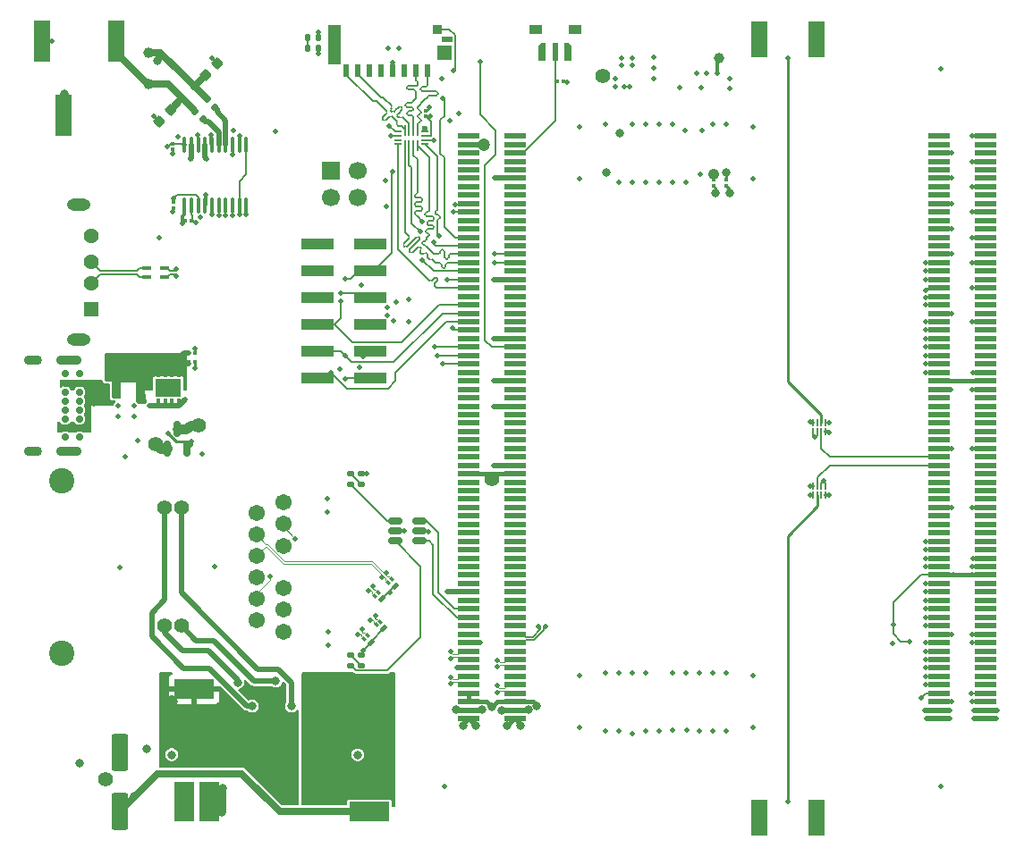
<source format=gbr>
%TF.GenerationSoftware,KiCad,Pcbnew,9.0.3*%
%TF.CreationDate,2025-08-25T11:29:22-05:00*%
%TF.ProjectId,controller,636f6e74-726f-46c6-9c65-722e6b696361,rev?*%
%TF.SameCoordinates,Original*%
%TF.FileFunction,Copper,L6,Bot*%
%TF.FilePolarity,Positive*%
%FSLAX46Y46*%
G04 Gerber Fmt 4.6, Leading zero omitted, Abs format (unit mm)*
G04 Created by KiCad (PCBNEW 9.0.3) date 2025-08-25 11:29:22*
%MOMM*%
%LPD*%
G01*
G04 APERTURE LIST*
G04 Aperture macros list*
%AMRoundRect*
0 Rectangle with rounded corners*
0 $1 Rounding radius*
0 $2 $3 $4 $5 $6 $7 $8 $9 X,Y pos of 4 corners*
0 Add a 4 corners polygon primitive as box body*
4,1,4,$2,$3,$4,$5,$6,$7,$8,$9,$2,$3,0*
0 Add four circle primitives for the rounded corners*
1,1,$1+$1,$2,$3*
1,1,$1+$1,$4,$5*
1,1,$1+$1,$6,$7*
1,1,$1+$1,$8,$9*
0 Add four rect primitives between the rounded corners*
20,1,$1+$1,$2,$3,$4,$5,0*
20,1,$1+$1,$4,$5,$6,$7,0*
20,1,$1+$1,$6,$7,$8,$9,0*
20,1,$1+$1,$8,$9,$2,$3,0*%
%AMRotRect*
0 Rectangle, with rotation*
0 The origin of the aperture is its center*
0 $1 length*
0 $2 width*
0 $3 Rotation angle, in degrees counterclockwise*
0 Add horizontal line*
21,1,$1,$2,0,0,$3*%
%AMOutline5P*
0 Free polygon, 5 corners , with rotation*
0 The origin of the aperture is its center*
0 number of corners: always 5*
0 $1 to $10 corner X, Y*
0 $11 Rotation angle, in degrees counterclockwise*
0 create outline with 5 corners*
4,1,5,$1,$2,$3,$4,$5,$6,$7,$8,$9,$10,$1,$2,$11*%
%AMOutline6P*
0 Free polygon, 6 corners , with rotation*
0 The origin of the aperture is its center*
0 number of corners: always 6*
0 $1 to $12 corner X, Y*
0 $13 Rotation angle, in degrees counterclockwise*
0 create outline with 6 corners*
4,1,6,$1,$2,$3,$4,$5,$6,$7,$8,$9,$10,$11,$12,$1,$2,$13*%
%AMOutline7P*
0 Free polygon, 7 corners , with rotation*
0 The origin of the aperture is its center*
0 number of corners: always 7*
0 $1 to $14 corner X, Y*
0 $15 Rotation angle, in degrees counterclockwise*
0 create outline with 7 corners*
4,1,7,$1,$2,$3,$4,$5,$6,$7,$8,$9,$10,$11,$12,$13,$14,$1,$2,$15*%
%AMOutline8P*
0 Free polygon, 8 corners , with rotation*
0 The origin of the aperture is its center*
0 number of corners: always 8*
0 $1 to $16 corner X, Y*
0 $17 Rotation angle, in degrees counterclockwise*
0 create outline with 8 corners*
4,1,8,$1,$2,$3,$4,$5,$6,$7,$8,$9,$10,$11,$12,$13,$14,$15,$16,$1,$2,$17*%
G04 Aperture macros list end*
%TA.AperFunction,SMDPad,CuDef*%
%ADD10R,0.900000X0.400000*%
%TD*%
%TA.AperFunction,SMDPad,CuDef*%
%ADD11R,1.500000X3.500000*%
%TD*%
%TA.AperFunction,SMDPad,CuDef*%
%ADD12R,0.600000X1.250000*%
%TD*%
%TA.AperFunction,SMDPad,CuDef*%
%ADD13R,1.200000X3.790000*%
%TD*%
%TA.AperFunction,SMDPad,CuDef*%
%ADD14R,1.450000X1.400000*%
%TD*%
%TA.AperFunction,SMDPad,CuDef*%
%ADD15R,1.000000X0.600000*%
%TD*%
%TA.AperFunction,SMDPad,CuDef*%
%ADD16R,0.950000X0.850000*%
%TD*%
%TA.AperFunction,SMDPad,CuDef*%
%ADD17RoundRect,0.147500X-0.147500X-0.172500X0.147500X-0.172500X0.147500X0.172500X-0.147500X0.172500X0*%
%TD*%
%TA.AperFunction,SMDPad,CuDef*%
%ADD18RoundRect,0.040000X-0.140000X-0.120000X0.140000X-0.120000X0.140000X0.120000X-0.140000X0.120000X0*%
%TD*%
%TA.AperFunction,SMDPad,CuDef*%
%ADD19C,0.500000*%
%TD*%
%TA.AperFunction,SMDPad,CuDef*%
%ADD20R,3.810000X1.830000*%
%TD*%
%TA.AperFunction,SMDPad,CuDef*%
%ADD21R,1.830000X3.810000*%
%TD*%
%TA.AperFunction,SMDPad,CuDef*%
%ADD22RoundRect,0.040000X-0.120000X0.140000X-0.120000X-0.140000X0.120000X-0.140000X0.120000X0.140000X0*%
%TD*%
%TA.AperFunction,SMDPad,CuDef*%
%ADD23C,1.000000*%
%TD*%
%TA.AperFunction,SMDPad,CuDef*%
%ADD24RoundRect,0.147500X-0.172500X0.147500X-0.172500X-0.147500X0.172500X-0.147500X0.172500X0.147500X0*%
%TD*%
%TA.AperFunction,SMDPad,CuDef*%
%ADD25R,0.203200X1.066800*%
%TD*%
%TA.AperFunction,SMDPad,CuDef*%
%ADD26R,0.762000X0.203200*%
%TD*%
%TA.AperFunction,SMDPad,CuDef*%
%ADD27RoundRect,0.225000X-0.017678X0.335876X-0.335876X0.017678X0.017678X-0.335876X0.335876X-0.017678X0*%
%TD*%
%TA.AperFunction,SMDPad,CuDef*%
%ADD28RoundRect,0.225000X0.017678X-0.335876X0.335876X-0.017678X-0.017678X0.335876X-0.335876X0.017678X0*%
%TD*%
%TA.AperFunction,SMDPad,CuDef*%
%ADD29R,2.000000X0.500000*%
%TD*%
%TA.AperFunction,SMDPad,CuDef*%
%ADD30RoundRect,0.135000X0.226274X0.035355X0.035355X0.226274X-0.226274X-0.035355X-0.035355X-0.226274X0*%
%TD*%
%TA.AperFunction,SMDPad,CuDef*%
%ADD31RoundRect,0.150000X0.150000X-0.587500X0.150000X0.587500X-0.150000X0.587500X-0.150000X-0.587500X0*%
%TD*%
%TA.AperFunction,SMDPad,CuDef*%
%ADD32Outline5P,-0.375000X0.475000X0.000000X0.850000X0.375000X0.850000X0.375000X-0.850000X-0.375000X-0.850000X0.000000*%
%TD*%
%TA.AperFunction,SMDPad,CuDef*%
%ADD33R,0.600000X1.800000*%
%TD*%
%TA.AperFunction,SMDPad,CuDef*%
%ADD34Outline5P,-0.375000X0.850000X0.000000X0.850000X0.375000X0.475000X0.375000X-0.850000X-0.375000X-0.850000X0.000000*%
%TD*%
%TA.AperFunction,SMDPad,CuDef*%
%ADD35R,1.300000X0.900000*%
%TD*%
%TA.AperFunction,SMDPad,CuDef*%
%ADD36R,1.500000X4.000000*%
%TD*%
%TA.AperFunction,SMDPad,CuDef*%
%ADD37RoundRect,0.250000X0.550000X-1.500000X0.550000X1.500000X-0.550000X1.500000X-0.550000X-1.500000X0*%
%TD*%
%TA.AperFunction,ComponentPad*%
%ADD38C,1.545000*%
%TD*%
%TA.AperFunction,ComponentPad*%
%ADD39C,1.400000*%
%TD*%
%TA.AperFunction,ComponentPad*%
%ADD40C,2.400000*%
%TD*%
%TA.AperFunction,SMDPad,CuDef*%
%ADD41RoundRect,0.100000X-0.100000X0.637500X-0.100000X-0.637500X0.100000X-0.637500X0.100000X0.637500X0*%
%TD*%
%TA.AperFunction,ComponentPad*%
%ADD42R,1.428000X1.428000*%
%TD*%
%TA.AperFunction,ComponentPad*%
%ADD43C,1.428000*%
%TD*%
%TA.AperFunction,ComponentPad*%
%ADD44O,2.216000X1.108000*%
%TD*%
%TA.AperFunction,SMDPad,CuDef*%
%ADD45R,0.320000X0.360000*%
%TD*%
%TA.AperFunction,SMDPad,CuDef*%
%ADD46RotRect,0.250000X0.400000X45.000000*%
%TD*%
%TA.AperFunction,SMDPad,CuDef*%
%ADD47RotRect,0.400000X0.700000X315.000000*%
%TD*%
%TA.AperFunction,SMDPad,CuDef*%
%ADD48R,3.150000X1.000000*%
%TD*%
%TA.AperFunction,SMDPad,CuDef*%
%ADD49R,0.200000X0.700000*%
%TD*%
%TA.AperFunction,ComponentPad*%
%ADD50R,1.700000X1.700000*%
%TD*%
%TA.AperFunction,ComponentPad*%
%ADD51C,1.700000*%
%TD*%
%TA.AperFunction,SMDPad,CuDef*%
%ADD52R,0.304800X0.812800*%
%TD*%
%TA.AperFunction,SMDPad,CuDef*%
%ADD53R,2.489200X1.752600*%
%TD*%
%TA.AperFunction,SMDPad,CuDef*%
%ADD54RoundRect,0.135000X-0.185000X0.135000X-0.185000X-0.135000X0.185000X-0.135000X0.185000X0.135000X0*%
%TD*%
%TA.AperFunction,ComponentPad*%
%ADD55C,0.700000*%
%TD*%
%TA.AperFunction,ComponentPad*%
%ADD56O,1.700000X0.900000*%
%TD*%
%TA.AperFunction,ComponentPad*%
%ADD57O,2.400000X0.900000*%
%TD*%
%TA.AperFunction,SMDPad,CuDef*%
%ADD58R,0.860000X1.820000*%
%TD*%
%TA.AperFunction,SMDPad,CuDef*%
%ADD59RoundRect,0.150000X0.512500X0.150000X-0.512500X0.150000X-0.512500X-0.150000X0.512500X-0.150000X0*%
%TD*%
%TA.AperFunction,SMDPad,CuDef*%
%ADD60RoundRect,0.135000X0.135000X0.185000X-0.135000X0.185000X-0.135000X-0.185000X0.135000X-0.185000X0*%
%TD*%
%TA.AperFunction,ViaPad*%
%ADD61C,0.800000*%
%TD*%
%TA.AperFunction,ViaPad*%
%ADD62C,0.500000*%
%TD*%
%TA.AperFunction,ViaPad*%
%ADD63C,1.400000*%
%TD*%
%TA.AperFunction,ViaPad*%
%ADD64C,0.600000*%
%TD*%
%TA.AperFunction,ViaPad*%
%ADD65C,1.200000*%
%TD*%
%TA.AperFunction,Conductor*%
%ADD66C,0.450000*%
%TD*%
%TA.AperFunction,Conductor*%
%ADD67C,0.500000*%
%TD*%
%TA.AperFunction,Conductor*%
%ADD68C,1.000000*%
%TD*%
%TA.AperFunction,Conductor*%
%ADD69C,0.150000*%
%TD*%
%TA.AperFunction,Conductor*%
%ADD70C,0.156500*%
%TD*%
%TA.AperFunction,Conductor*%
%ADD71C,0.200000*%
%TD*%
%TA.AperFunction,Conductor*%
%ADD72C,0.300000*%
%TD*%
%TA.AperFunction,Conductor*%
%ADD73C,0.250000*%
%TD*%
%TA.AperFunction,Conductor*%
%ADD74C,0.700000*%
%TD*%
%TA.AperFunction,Conductor*%
%ADD75C,0.900000*%
%TD*%
%TA.AperFunction,Conductor*%
%ADD76C,0.110000*%
%TD*%
%TA.AperFunction,Conductor*%
%ADD77C,0.136400*%
%TD*%
%TA.AperFunction,Conductor*%
%ADD78C,0.218186*%
%TD*%
%TA.AperFunction,Conductor*%
%ADD79C,0.600000*%
%TD*%
G04 APERTURE END LIST*
D10*
%TO.P,L1,1,1*%
%TO.N,/SOM/FPGA_USB_D+*%
X-22480000Y35050000D03*
%TO.P,L1,2,2*%
%TO.N,/SOM/USB_D+*%
X-24180000Y35050000D03*
%TO.P,L1,3,3*%
%TO.N,/SOM/USB_D-*%
X-24180000Y34250000D03*
%TO.P,L1,4,4*%
%TO.N,/SOM/FPGA_USB_D-*%
X-22480000Y34250000D03*
%TD*%
D11*
%TO.P,J8,2,Ext*%
%TO.N,GND*%
X39200000Y56777500D03*
X33800000Y56777500D03*
%TD*%
%TO.P,J6,2,Ext*%
%TO.N,GND*%
X33800000Y-17027500D03*
X39200000Y-17027500D03*
%TD*%
D12*
%TO.P,J3,1,DAT2*%
%TO.N,/SD/DAT2*%
X2415001Y53755000D03*
%TO.P,J3,2,CD/DAT3*%
%TO.N,/SD/DAT3*%
X1315000Y53755000D03*
%TO.P,J3,3,CMD*%
%TO.N,/SD/CMD*%
X215000Y53755000D03*
%TO.P,J3,4,VDD*%
%TO.N,+3V3*%
X-885000Y53755000D03*
%TO.P,J3,5,CLK*%
%TO.N,/SD/CLK*%
X-1985000Y53755000D03*
%TO.P,J3,6,VSS*%
%TO.N,GND*%
X-3085000Y53755000D03*
%TO.P,J3,7,DAT0*%
%TO.N,/SD/DAT0*%
X-4185000Y53755000D03*
%TO.P,J3,8,DAT1*%
%TO.N,/SD/DAT1*%
X-5285001Y53755000D03*
D13*
%TO.P,J3,G1,GND*%
%TO.N,GND*%
X-6435000Y56235000D03*
D14*
%TO.P,J3,G2,GND*%
X4040000Y55480000D03*
D15*
%TO.P,J3,G3,POL*%
%TO.N,unconnected-(J3-POL-PadG3)*%
X4265000Y56730000D03*
D16*
%TO.P,J3,G4,DET*%
%TO.N,Net-(J3-DET)*%
X3340000Y57705000D03*
%TD*%
D17*
%TO.P,D2,1,K*%
%TO.N,Net-(D2-K)*%
X-8910000Y56950000D03*
%TO.P,D2,2,A*%
%TO.N,/SOM/LED0*%
X-7940000Y56950000D03*
%TD*%
D18*
%TO.P,C25,1*%
%TO.N,+1V8*%
X-20510000Y39610000D03*
%TO.P,C25,2*%
%TO.N,GND*%
X-19950000Y39610000D03*
%TD*%
D19*
%TO.P,FID6,*%
%TO.N,*%
X-12000000Y48000000D03*
%TD*%
D20*
%TO.P,M3,1,+VDC*%
%TO.N,/PSU/PoE_VDC+*%
X-3095000Y-16390000D03*
D21*
%TO.P,M3,2,-VDC*%
%TO.N,GND*%
X-18285000Y-15450000D03*
%TO.P,M3,3,ADJ*%
%TO.N,unconnected-(M3-ADJ-Pad3)*%
X-20625000Y-15450000D03*
D20*
%TO.P,M3,4,VIN+*%
%TO.N,/PSU/PoE_VIN+*%
X-19685000Y-4810000D03*
%TO.P,M3,5,VIN-*%
%TO.N,/PSU/PoE_VIN-*%
X-3095000Y-4810000D03*
%TD*%
D22*
%TO.P,C26,1*%
%TO.N,+3.3VA*%
X-21690000Y46890000D03*
%TO.P,C26,2*%
%TO.N,GNDA*%
X-21690000Y46330000D03*
%TD*%
D23*
%TO.P,TP1,1,1*%
%TO.N,3V3_MIC*%
X30000000Y55000000D03*
%TD*%
%TO.P,TP2,1,1*%
%TO.N,Net-(C40-Pad1)*%
X-24000000Y52500000D03*
%TD*%
D24*
%TO.P,D9,1,K*%
%TO.N,Net-(D9-K)*%
X-4890000Y15595001D03*
%TO.P,D9,2,A*%
%TO.N,/Ethernet/RGMII0_LED_LINK*%
X-4890000Y14625001D03*
%TD*%
D25*
%TO.P,U1,1,DAT2A*%
%TO.N,/SD/SD_D2*%
X1470188Y46706175D03*
%TO.P,U1,2,DAT3A*%
%TO.N,/SD/SD_D3*%
X1070062Y46706175D03*
%TO.P,U1,3,DAT0A*%
%TO.N,/SD/SD_D0*%
X669936Y46706175D03*
%TO.P,U1,4,DAT1A*%
%TO.N,/SD/SD_D1*%
X269810Y46706175D03*
D26*
%TO.P,U1,5,CLKA*%
%TO.N,/SD/SD_CLK*%
X-400001Y46830000D03*
%TO.P,U1,6,CLK_FB*%
%TO.N,unconnected-(U1-CLK_FB-Pad6)*%
X-400001Y47230050D03*
%TO.P,U1,7,GND*%
%TO.N,GND*%
X-400001Y47630100D03*
%TO.P,U1,8,CLKB*%
%TO.N,/SD/CLK*%
X-400001Y48030150D03*
D25*
%TO.P,U1,9,DAT1B*%
%TO.N,/SD/DAT1*%
X269810Y48153975D03*
%TO.P,U1,10,DAT0B*%
%TO.N,/SD/DAT0*%
X669936Y48153975D03*
%TO.P,U1,11,DAT3B*%
%TO.N,/SD/DAT3*%
X1070062Y48153975D03*
%TO.P,U1,12,DAT2B*%
%TO.N,/SD/DAT2*%
X1470188Y48153975D03*
D26*
%TO.P,U1,13,CMDB*%
%TO.N,/SD/CMD*%
X2139999Y48030150D03*
%TO.P,U1,14,VCCB*%
%TO.N,+3V3*%
X2139999Y47630100D03*
%TO.P,U1,15,VCCA*%
%TO.N,+1V8*%
X2139999Y47230050D03*
%TO.P,U1,16,CMDA*%
%TO.N,/SD/SD_CMD*%
X2139999Y46830000D03*
%TD*%
D27*
%TO.P,C40,1*%
%TO.N,Net-(C40-Pad1)*%
X-21910000Y50090000D03*
%TO.P,C40,2*%
%TO.N,GNDA*%
X-23006016Y48993984D03*
%TD*%
D28*
%TO.P,C2,1*%
%TO.N,Net-(C2-Pad1)*%
X-18558008Y53401992D03*
%TO.P,C2,2*%
%TO.N,GNDA*%
X-17461992Y54498008D03*
%TD*%
D29*
%TO.P,M2,1,VDD_5V*%
%TO.N,+5V*%
X55200000Y-7600000D03*
%TO.P,M2,2,VDD_5V*%
X50800000Y-7600000D03*
%TO.P,M2,3,VDD_5V*%
X55200000Y-6800000D03*
%TO.P,M2,4,VDD_5V*%
X50800000Y-6800000D03*
%TO.P,M2,5,GND*%
%TO.N,GND*%
X55200000Y-6000000D03*
%TO.P,M2,6,GND*%
X50800000Y-6000000D03*
%TO.P,M2,7,IO_B34_25*%
%TO.N,/SOM/D58*%
X55200000Y-5200000D03*
%TO.P,M2,8,IO_B34_0*%
%TO.N,/SOM/D36*%
X50800000Y-5200000D03*
%TO.P,M2,9,IO_B34_LP13*%
%TO.N,unconnected-(M2-IO_B34_LP13-Pad9)*%
X55200000Y-4400000D03*
%TO.P,M2,10,IO_B34_LP24*%
%TO.N,/SOM/D34*%
X50800000Y-4400000D03*
%TO.P,M2,11,IO_B34_LN13*%
%TO.N,unconnected-(M2-IO_B34_LN13-Pad11)*%
X55200000Y-3600000D03*
%TO.P,M2,12,IO_B34_LN24*%
%TO.N,/SOM/D38*%
X50800000Y-3600000D03*
%TO.P,M2,13,IO_B34_LP22*%
%TO.N,unconnected-(M2-IO_B34_LP22-Pad13)*%
X55200000Y-2800000D03*
%TO.P,M2,14,IO_B34_LP21*%
%TO.N,/SOM/D18*%
X50800000Y-2800000D03*
%TO.P,M2,15,IO_B34_LN22*%
%TO.N,unconnected-(M2-IO_B34_LN22-Pad15)*%
X55200000Y-2000000D03*
%TO.P,M2,16,IO_B34_LN21*%
%TO.N,/SOM/D56*%
X50800000Y-2000000D03*
%TO.P,M2,17,IO_B34_LP23*%
%TO.N,unconnected-(M2-IO_B34_LP23-Pad17)*%
X55200000Y-1200000D03*
%TO.P,M2,18,IO_B34_LP20*%
%TO.N,/SOM/D20*%
X50800000Y-1200000D03*
%TO.P,M2,19,IO_B34_LN23*%
%TO.N,/SOM/LED_DI*%
X55200000Y-400000D03*
%TO.P,M2,20,IO_B34_LN20*%
%TO.N,/SOM/D54*%
X50800000Y-400000D03*
%TO.P,M2,21,GND*%
%TO.N,GND*%
X55200000Y400000D03*
%TO.P,M2,22,GND*%
X50800000Y400000D03*
%TO.P,M2,23,IO_B34_LP19*%
%TO.N,unconnected-(M2-IO_B34_LP19-Pad23)*%
X55200000Y1200000D03*
%TO.P,M2,24,IO_B34_LP18*%
%TO.N,/SOM/D6*%
X50800000Y1200000D03*
%TO.P,M2,25,IO_B34_LN19*%
%TO.N,unconnected-(M2-IO_B34_LN19-Pad25)*%
X55200000Y2000000D03*
%TO.P,M2,26,IO_B34_LN18*%
%TO.N,/SOM/D32*%
X50800000Y2000000D03*
%TO.P,M2,27,IO_B34_LP9*%
%TO.N,unconnected-(M2-IO_B34_LP9-Pad27)*%
X55200000Y2800000D03*
%TO.P,M2,28,IO_B34_LP12*%
%TO.N,/SOM/D0*%
X50800000Y2800000D03*
%TO.P,M2,29,IO_B34_LN9*%
%TO.N,unconnected-(M2-IO_B34_LN9-Pad29)*%
X55200000Y3600000D03*
%TO.P,M2,30,IO_B34_LN12*%
%TO.N,/SOM/D16*%
X50800000Y3600000D03*
%TO.P,M2,31,IO_B34_LP5*%
%TO.N,unconnected-(M2-IO_B34_LP5-Pad31)*%
X55200000Y4400000D03*
%TO.P,M2,32,IO_B34_LP14*%
%TO.N,/SOM/MCLK1*%
X50800000Y4400000D03*
%TO.P,M2,33,IO_B34_LN5*%
%TO.N,unconnected-(M2-IO_B34_LN5-Pad33)*%
X55200000Y5200000D03*
%TO.P,M2,34,IO_B34_LN14*%
%TO.N,/SOM/D4*%
X50800000Y5200000D03*
%TO.P,M2,35,VDDIO_34_PL*%
%TO.N,VDDIO_34_3V3*%
X55200000Y6000000D03*
%TO.P,M2,36,VDDIO_34_PL*%
X50800000Y6000000D03*
%TO.P,M2,37,GND*%
%TO.N,GND*%
X55200000Y6800000D03*
%TO.P,M2,38,GND*%
X50800000Y6800000D03*
%TO.P,M2,39,IO_B34_LP11*%
%TO.N,/SOM/MCLK2*%
X55200000Y7600000D03*
%TO.P,M2,40,IO_B34_LP15*%
%TO.N,/SOM/D14*%
X50800000Y7600000D03*
%TO.P,M2,41,IO_B34_LN11*%
%TO.N,unconnected-(M2-IO_B34_LN11-Pad41)*%
X55200000Y8400000D03*
%TO.P,M2,42,IO_B34_LN15*%
%TO.N,/SOM/D30*%
X50800000Y8400000D03*
%TO.P,M2,43,IO_B34_LP6*%
%TO.N,unconnected-(M2-IO_B34_LP6-Pad43)*%
X55200000Y9200000D03*
%TO.P,M2,44,IO_B34_LP10*%
%TO.N,/SOM/D52*%
X50800000Y9200000D03*
%TO.P,M2,45,IO_B34_LN6*%
%TO.N,unconnected-(M2-IO_B34_LN6-Pad45)*%
X55200000Y10000000D03*
%TO.P,M2,46,IO_B34_LN10*%
%TO.N,unconnected-(M2-IO_B34_LN10-Pad46)*%
X50800000Y10000000D03*
%TO.P,M2,47,IO_B34_LP4*%
%TO.N,unconnected-(M2-IO_B34_LP4-Pad47)*%
X55200000Y10800000D03*
%TO.P,M2,48,IO_B34_LP16*%
%TO.N,unconnected-(M2-IO_B34_LP16-Pad48)*%
X50800000Y10800000D03*
%TO.P,M2,49,IO_B34_LN4*%
%TO.N,unconnected-(M2-IO_B34_LN4-Pad49)*%
X55200000Y11600000D03*
%TO.P,M2,50,IO_B34_LN16*%
%TO.N,unconnected-(M2-IO_B34_LN16-Pad50)*%
X50800000Y11600000D03*
%TO.P,M2,51,GND*%
%TO.N,GND*%
X55200000Y12400000D03*
%TO.P,M2,52,GND*%
X50800000Y12400000D03*
%TO.P,M2,53,IO_B34_LP7*%
%TO.N,unconnected-(M2-IO_B34_LP7-Pad53)*%
X55200000Y13200000D03*
%TO.P,M2,54,IO_B34_LP17*%
%TO.N,unconnected-(M2-IO_B34_LP17-Pad54)*%
X50800000Y13200000D03*
%TO.P,M2,55,IO_B34_LN7*%
%TO.N,unconnected-(M2-IO_B34_LN7-Pad55)*%
X55200000Y14000000D03*
%TO.P,M2,56,IO_B34_LN17*%
%TO.N,unconnected-(M2-IO_B34_LN17-Pad56)*%
X50800000Y14000000D03*
%TO.P,M2,57,IO_B34_LP3*%
%TO.N,unconnected-(M2-IO_B34_LP3-Pad57)*%
X55200000Y14800000D03*
%TO.P,M2,58,IO_B34_LP8*%
%TO.N,unconnected-(M2-IO_B34_LP8-Pad58)*%
X50800000Y14800000D03*
%TO.P,M2,59,IO_B34_LN3*%
%TO.N,unconnected-(M2-IO_B34_LN3-Pad59)*%
X55200000Y15600000D03*
%TO.P,M2,60,IO_B34_LN8*%
%TO.N,unconnected-(M2-IO_B34_LN8-Pad60)*%
X50800000Y15600000D03*
%TO.P,M2,61,IO_B34_LP1*%
%TO.N,unconnected-(M2-IO_B34_LP1-Pad61)*%
X55200000Y16400000D03*
%TO.P,M2,62,IO_B34_LP2*%
%TO.N,/SOM/SYNC_IN*%
X50800000Y16400000D03*
%TO.P,M2,63,IO_B34_LN1*%
%TO.N,unconnected-(M2-IO_B34_LN1-Pad63)*%
X55200000Y17200000D03*
%TO.P,M2,64,IO_B34_LN2*%
%TO.N,/SOM/SYNC_OUT*%
X50800000Y17200000D03*
%TO.P,M2,65,GND*%
%TO.N,GND*%
X55200000Y18000000D03*
%TO.P,M2,66,GND*%
X50800000Y18000000D03*
%TO.P,M2,67,NC*%
%TO.N,unconnected-(M2-NC-Pad67)*%
X55200000Y18800000D03*
%TO.P,M2,68,NC*%
%TO.N,unconnected-(M2-NC-Pad68)*%
X50800000Y18800000D03*
%TO.P,M2,69,NC*%
%TO.N,unconnected-(M2-NC-Pad69)*%
X55200000Y19600000D03*
%TO.P,M2,70,NC*%
%TO.N,unconnected-(M2-NC-Pad70)*%
X50800000Y19600000D03*
%TO.P,M2,71,NC*%
%TO.N,unconnected-(M2-NC-Pad71)*%
X55200000Y20400000D03*
%TO.P,M2,72,NC*%
%TO.N,unconnected-(M2-NC-Pad72)*%
X50800000Y20400000D03*
%TO.P,M2,73,NC*%
%TO.N,unconnected-(M2-NC-Pad73)*%
X55200000Y21200000D03*
%TO.P,M2,74,NC*%
%TO.N,unconnected-(M2-NC-Pad74)*%
X50800000Y21200000D03*
%TO.P,M2,75,NC*%
%TO.N,unconnected-(M2-NC-Pad75)*%
X55200000Y22000000D03*
%TO.P,M2,76,NC*%
%TO.N,unconnected-(M2-NC-Pad76)*%
X50800000Y22000000D03*
%TO.P,M2,77,NC*%
%TO.N,unconnected-(M2-NC-Pad77)*%
X55200000Y22800000D03*
%TO.P,M2,78,NC*%
%TO.N,unconnected-(M2-NC-Pad78)*%
X50800000Y22800000D03*
%TO.P,M2,79,GND*%
%TO.N,GND*%
X55200000Y23600000D03*
%TO.P,M2,80,GND*%
X50800000Y23600000D03*
%TO.P,M2,81,VDDIO_13_PL*%
%TO.N,VDDIO_13_3V3*%
X55200000Y24400000D03*
%TO.P,M2,82,VDDIO_13_PL*%
X50800000Y24400000D03*
%TO.P,M2,83,IO_B13_LP21*%
%TO.N,/SOM/MCLK0*%
X55200000Y25200000D03*
%TO.P,M2,84,IO_B13_0*%
%TO.N,/SOM/D10*%
X50800000Y25200000D03*
%TO.P,M2,85,IO_B13_LN21*%
%TO.N,unconnected-(M2-IO_B13_LN21-Pad85)*%
X55200000Y26000000D03*
%TO.P,M2,86,IO_B13_LP16*%
%TO.N,/SOM/D50*%
X50800000Y26000000D03*
%TO.P,M2,87,IO_B13_LP12*%
%TO.N,unconnected-(M2-IO_B13_LP12-Pad87)*%
X55200000Y26800000D03*
%TO.P,M2,88,IO_B13_LN16*%
%TO.N,/SOM/D28*%
X50800000Y26800000D03*
%TO.P,M2,89,IO_B13_LN12*%
%TO.N,unconnected-(M2-IO_B13_LN12-Pad89)*%
X55200000Y27600000D03*
%TO.P,M2,90,IO_B13_LP20*%
%TO.N,/SOM/D48*%
X50800000Y27600000D03*
%TO.P,M2,91,IO_B13_LP17*%
%TO.N,unconnected-(M2-IO_B13_LP17-Pad91)*%
X55200000Y28400000D03*
%TO.P,M2,92,IO_B13_LN20*%
%TO.N,/SOM/D12*%
X50800000Y28400000D03*
%TO.P,M2,93,IO_B13_LN17*%
%TO.N,unconnected-(M2-IO_B13_LN17-Pad93)*%
X55200000Y29200000D03*
%TO.P,M2,94,IO_B13_LP18*%
%TO.N,/SOM/D26*%
X50800000Y29200000D03*
%TO.P,M2,95,GND*%
%TO.N,GND*%
X55200000Y30000000D03*
%TO.P,M2,96,IO_B13_LN18*%
%TO.N,/SOM/D2*%
X50800000Y30000000D03*
%TO.P,M2,97,IO_B13_LP11*%
%TO.N,unconnected-(M2-IO_B13_LP11-Pad97)*%
X55200000Y30800000D03*
%TO.P,M2,98,GND*%
%TO.N,GND*%
X50800000Y30800000D03*
%TO.P,M2,99,IO_B13_LN11*%
%TO.N,unconnected-(M2-IO_B13_LN11-Pad99)*%
X55200000Y31600000D03*
%TO.P,M2,100,IO_B13_LP14*%
%TO.N,/SOM/D46*%
X50800000Y31600000D03*
%TO.P,M2,101,IO_B13_LP15*%
%TO.N,unconnected-(M2-IO_B13_LP15-Pad101)*%
X55200000Y32400000D03*
%TO.P,M2,102,IO_B13_LN14*%
%TO.N,/SOM/D8*%
X50800000Y32400000D03*
%TO.P,M2,103,IO_B13_LN15*%
%TO.N,/SOM/D44*%
X55200000Y33200000D03*
%TO.P,M2,104,IO_B13_LP13*%
%TO.N,/SOM/D24*%
X50800000Y33200000D03*
%TO.P,M2,105,IO_B13_LP22*%
%TO.N,unconnected-(M2-IO_B13_LP22-Pad105)*%
X55200000Y34000000D03*
%TO.P,M2,106,IO_B13_LN13*%
%TO.N,/SOM/D22*%
X50800000Y34000000D03*
%TO.P,M2,107,IO_B13_LN22*%
%TO.N,unconnected-(M2-IO_B13_LN22-Pad107)*%
X55200000Y34800000D03*
%TO.P,M2,108,IO_B13_LP19*%
%TO.N,/SOM/D42*%
X50800000Y34800000D03*
%TO.P,M2,109,GND*%
%TO.N,GND*%
X55200000Y35600000D03*
%TO.P,M2,110,IO_B13_LN19*%
%TO.N,/SOM/D40*%
X50800000Y35600000D03*
%TO.P,M2,111,NC*%
%TO.N,unconnected-(M2-NC-Pad111)*%
X55200000Y36400000D03*
%TO.P,M2,112,GND*%
%TO.N,GND*%
X50800000Y36400000D03*
%TO.P,M2,113,NC*%
%TO.N,unconnected-(M2-NC-Pad113)*%
X55200000Y37200000D03*
%TO.P,M2,114,NC*%
%TO.N,unconnected-(M2-NC-Pad114)*%
X50800000Y37200000D03*
%TO.P,M2,115,GND*%
%TO.N,GND*%
X55200000Y38000000D03*
%TO.P,M2,116,NC*%
%TO.N,unconnected-(M2-NC-Pad116)*%
X50800000Y38000000D03*
%TO.P,M2,117,NC*%
%TO.N,unconnected-(M2-NC-Pad117)*%
X55200000Y38800000D03*
%TO.P,M2,118,GND*%
%TO.N,GND*%
X50800000Y38800000D03*
%TO.P,M2,119,NC*%
%TO.N,unconnected-(M2-NC-Pad119)*%
X55200000Y39600000D03*
%TO.P,M2,120,NC*%
%TO.N,unconnected-(M2-NC-Pad120)*%
X50800000Y39600000D03*
%TO.P,M2,121,GND*%
%TO.N,GND*%
X55200000Y40400000D03*
%TO.P,M2,122,NC*%
%TO.N,unconnected-(M2-NC-Pad122)*%
X50800000Y40400000D03*
%TO.P,M2,123,NC*%
%TO.N,unconnected-(M2-NC-Pad123)*%
X55200000Y41200000D03*
%TO.P,M2,124,GND*%
%TO.N,GND*%
X50800000Y41200000D03*
%TO.P,M2,125,NC*%
%TO.N,unconnected-(M2-NC-Pad125)*%
X55200000Y42000000D03*
%TO.P,M2,126,NC*%
%TO.N,unconnected-(M2-NC-Pad126)*%
X50800000Y42000000D03*
%TO.P,M2,127,GND*%
%TO.N,GND*%
X55200000Y42800000D03*
%TO.P,M2,128,NC*%
%TO.N,unconnected-(M2-NC-Pad128)*%
X50800000Y42800000D03*
%TO.P,M2,129,NC*%
%TO.N,unconnected-(M2-NC-Pad129)*%
X55200000Y43600000D03*
%TO.P,M2,130,GND*%
%TO.N,GND*%
X50800000Y43600000D03*
%TO.P,M2,131,NC*%
%TO.N,unconnected-(M2-NC-Pad131)*%
X55200000Y44400000D03*
%TO.P,M2,132,NC*%
%TO.N,unconnected-(M2-NC-Pad132)*%
X50800000Y44400000D03*
%TO.P,M2,133,GND*%
%TO.N,GND*%
X55200000Y45200000D03*
%TO.P,M2,134,NC*%
%TO.N,unconnected-(M2-NC-Pad134)*%
X50800000Y45200000D03*
%TO.P,M2,135,NC*%
%TO.N,unconnected-(M2-NC-Pad135)*%
X55200000Y46000000D03*
%TO.P,M2,136,GND*%
%TO.N,GND*%
X50800000Y46000000D03*
%TO.P,M2,137,NC*%
%TO.N,unconnected-(M2-NC-Pad137)*%
X55200000Y46800000D03*
%TO.P,M2,138,NC*%
%TO.N,unconnected-(M2-NC-Pad138)*%
X50800000Y46800000D03*
%TO.P,M2,139,GND*%
%TO.N,GND*%
X55200000Y47600000D03*
%TO.P,M2,140,NC*%
%TO.N,unconnected-(M2-NC-Pad140)*%
X50800000Y47600000D03*
%TD*%
D30*
%TO.P,R14,1*%
%TO.N,/DAC/OUTL*%
X-18866013Y49186013D03*
%TO.P,R14,2*%
%TO.N,Net-(C40-Pad1)*%
X-19587261Y49907261D03*
%TD*%
D31*
%TO.P,Q1,1,G*%
%TO.N,Net-(Q1-G)*%
X-20340000Y17982500D03*
%TO.P,Q1,2,S*%
%TO.N,+5V*%
X-22240000Y17982500D03*
%TO.P,Q1,3,D*%
%TO.N,VCCIN*%
X-21290000Y19857501D03*
%TD*%
D32*
%TO.P,SW1,1*%
%TO.N,GND*%
X13275000Y55550000D03*
D33*
%TO.P,SW1,2*%
%TO.N,/SOM/PS_WARMRESET_IN*%
X14500000Y55600000D03*
D34*
%TO.P,SW1,3*%
%TO.N,GND*%
X15725000Y55550000D03*
D35*
%TO.P,SW1,S1,SHIELD*%
X12650000Y57650000D03*
%TO.P,SW1,S2,SHIELD*%
X16350000Y57650000D03*
%TD*%
D19*
%TO.P,FID7,*%
%TO.N,*%
X51000000Y54000000D03*
%TD*%
D36*
%TO.P,J5,R*%
%TO.N,Net-(C2-Pad1)*%
X-32080000Y49600000D03*
%TO.P,J5,S*%
%TO.N,GNDA*%
X-34080000Y56600000D03*
%TO.P,J5,T*%
%TO.N,Net-(C40-Pad1)*%
X-27080000Y56600000D03*
%TD*%
D37*
%TO.P,C20,1*%
%TO.N,/PSU/PoE_VDC+*%
X-26750000Y-16410000D03*
%TO.P,C20,2*%
%TO.N,GND*%
X-26750000Y-10810000D03*
%TD*%
D38*
%TO.P,J4,1,TRCT3*%
%TO.N,Net-(J4-TRCT3)*%
X-13800000Y11850000D03*
%TO.P,J4,2,TRD3-*%
%TO.N,/Ethernet/RGMII0_TRN2*%
X-13800000Y9820000D03*
%TO.P,J4,3,TRD3+*%
%TO.N,/Ethernet/RGMII0_TRP2*%
X-13800000Y7790000D03*
%TO.P,J4,4,TRD2+*%
%TO.N,/Ethernet/RGMII0_TRP1*%
X-13800000Y5760000D03*
%TO.P,J4,5,TRD2-*%
%TO.N,/Ethernet/RGMII0_TRN1*%
X-13800000Y3730000D03*
%TO.P,J4,6,TRCT2*%
%TO.N,Net-(J4-TRCT2)*%
X-13800000Y1700000D03*
%TO.P,J4,7,TRCT4*%
%TO.N,Net-(J4-TRCT4)*%
X-11260000Y12870000D03*
%TO.P,J4,8,TRD4+*%
%TO.N,/Ethernet/RGMII0_TRP3*%
X-11260000Y10830000D03*
%TO.P,J4,9,TRD4-*%
%TO.N,/Ethernet/RGMII0_TRN3*%
X-11260000Y8790000D03*
%TO.P,J4,10,TRD1-*%
%TO.N,/Ethernet/RGMII0_TRN0*%
X-11260000Y4740000D03*
%TO.P,J4,11,TRD1+*%
%TO.N,/Ethernet/RGMII0_TRP0*%
X-11260000Y2700000D03*
%TO.P,J4,12,TRCT1*%
%TO.N,Net-(J4-TRCT1)*%
X-11260000Y660000D03*
D39*
%TO.P,J4,13,VCC+_12*%
%TO.N,/Ethernet/POE_PR12*%
X-20910000Y12355000D03*
%TO.P,J4,14,VCC-_36*%
%TO.N,/Ethernet/POE_PR36*%
X-20910000Y1175000D03*
%TO.P,J4,15,VCC+_45*%
%TO.N,/Ethernet/POE_PR45*%
X-22460000Y12355000D03*
%TO.P,J4,16,VCC-_78*%
%TO.N,/Ethernet/POE_PR78*%
X-22460000Y1175000D03*
D40*
%TO.P,J4,S1,S1*%
%TO.N,Earth_Clean*%
X-32220000Y-1410000D03*
%TO.P,J4,S2,S2*%
X-32220000Y14940000D03*
%TD*%
D18*
%TO.P,C38,1*%
%TO.N,/SOM/PS_WARMRESET_IN*%
X14700000Y52740000D03*
%TO.P,C38,2*%
%TO.N,GND*%
X15260000Y52740000D03*
%TD*%
D41*
%TO.P,U10,1,CPVDD*%
%TO.N,+3.3VA*%
X-20600000Y46760000D03*
%TO.P,U10,2,CAPP*%
%TO.N,Net-(U10-CAPP)*%
X-19950000Y46760000D03*
%TO.P,U10,3,CPGND*%
%TO.N,GNDA*%
X-19300000Y46760000D03*
%TO.P,U10,4,CAPM*%
%TO.N,Net-(U10-CAPM)*%
X-18650000Y46760000D03*
%TO.P,U10,5,VNEG*%
%TO.N,Net-(U10-VNEG)*%
X-18000000Y46760000D03*
%TO.P,U10,6,OUTL*%
%TO.N,/DAC/OUTL*%
X-17350000Y46760000D03*
%TO.P,U10,7,OUTR*%
%TO.N,/DAC/OUTR*%
X-16700000Y46760000D03*
%TO.P,U10,8,AVDD*%
%TO.N,+3.3VA*%
X-16050000Y46760000D03*
%TO.P,U10,9,AGND*%
%TO.N,GNDA*%
X-15400000Y46760000D03*
%TO.P,U10,10,DEMP*%
%TO.N,GND*%
X-14750000Y46760000D03*
%TO.P,U10,11,FLT*%
X-14750000Y41035000D03*
%TO.P,U10,12,SCK*%
X-15400000Y41035000D03*
%TO.P,U10,13,BCK*%
%TO.N,/DAC/I2S_BCK*%
X-16050000Y41035000D03*
%TO.P,U10,14,DIN*%
%TO.N,/DAC/I2S_DIN*%
X-16700000Y41035000D03*
%TO.P,U10,15,LRCK*%
%TO.N,/DAC/I2S_LRCK*%
X-17350000Y41035000D03*
%TO.P,U10,16,FMT*%
%TO.N,GND*%
X-18000000Y41035000D03*
%TO.P,U10,17,XSMT*%
%TO.N,Net-(U10-XSMT)*%
X-18650000Y41035000D03*
%TO.P,U10,18,LDOO*%
%TO.N,/DAC/LDOO*%
X-19300000Y41035000D03*
%TO.P,U10,19,DGND*%
%TO.N,GND*%
X-19950000Y41035000D03*
%TO.P,U10,20,DVDD*%
%TO.N,+1V8*%
X-20600000Y41035000D03*
%TD*%
D42*
%TO.P,J1,1,VCC*%
%TO.N,VDD_5V*%
X-29427500Y31170000D03*
D43*
%TO.P,J1,2,D-*%
%TO.N,/SOM/USB_D-*%
X-29427500Y33670000D03*
%TO.P,J1,3,D+*%
%TO.N,/SOM/USB_D+*%
X-29427500Y35670000D03*
%TO.P,J1,4,GND*%
%TO.N,GND*%
X-29427500Y38170000D03*
D44*
%TO.P,J1,S1,SHIELD*%
%TO.N,Earth_Clean*%
X-30627500Y28270000D03*
%TO.P,J1,S2,SHIELD__1*%
X-30627500Y41070000D03*
%TD*%
D18*
%TO.P,C32,1*%
%TO.N,/PSU/VBUS_TVS*%
X-20190000Y26180000D03*
%TO.P,C32,2*%
%TO.N,GNDPWR*%
X-19630000Y26180000D03*
%TD*%
D22*
%TO.P,C24,1*%
%TO.N,/DAC/LDOO*%
X-21630000Y41310000D03*
%TO.P,C24,2*%
%TO.N,GND*%
X-21630000Y40750000D03*
%TD*%
D24*
%TO.P,D10,1,K*%
%TO.N,Net-(D10-K)*%
X-4890000Y-1590000D03*
%TO.P,D10,2,A*%
%TO.N,/Ethernet/RGMII0_LED_ACT*%
X-4890000Y-2560000D03*
%TD*%
D45*
%TO.P,C19,1*%
%TO.N,+5V*%
X29470000Y43430000D03*
%TO.P,C19,2*%
%TO.N,GND*%
X29470000Y42870000D03*
%TD*%
D30*
%TO.P,R12,1*%
%TO.N,/DAC/OUTR*%
X-17736013Y50359254D03*
%TO.P,R12,2*%
%TO.N,Net-(C2-Pad1)*%
X-18457261Y51080502D03*
%TD*%
D45*
%TO.P,C18,1*%
%TO.N,3V3_MIC*%
X30720000Y43430000D03*
%TO.P,C18,2*%
%TO.N,GND*%
X30720000Y42870000D03*
%TD*%
D46*
%TO.P,D7,1*%
%TO.N,/Ethernet/RGMII0_TRP2*%
X-1324073Y5295875D03*
%TO.P,D7,2*%
%TO.N,/Ethernet/RGMII0_TRN2*%
X-1005875Y5614073D03*
D47*
%TO.P,D7,3*%
%TO.N,GND*%
X-670000Y4960000D03*
%TD*%
D19*
%TO.P,FID4,*%
%TO.N,*%
X51000000Y-14000000D03*
%TD*%
D48*
%TO.P,J7,1,Pin_1*%
%TO.N,/SOM/JTAG_TMS*%
X-8025001Y24650000D03*
%TO.P,J7,2,Pin_2*%
%TO.N,/SOM/UART_RX_3V3*%
X-2974999Y24650000D03*
%TO.P,J7,3,Pin_3*%
%TO.N,/SOM/JTAG_TDI*%
X-8025000Y27190000D03*
%TO.P,J7,4,Pin_4*%
%TO.N,/SOM/UART_TX_3V3*%
X-2975000Y27190000D03*
%TO.P,J7,5,Pin_5*%
%TO.N,/SOM/JTAG_TDO*%
X-8025000Y29730000D03*
%TO.P,J7,6,Pin_6*%
%TO.N,GND*%
X-2975000Y29730000D03*
%TO.P,J7,7,Pin_7*%
%TO.N,/SOM/JTAG_TCK*%
X-8025000Y32270000D03*
%TO.P,J7,8,Pin_8*%
%TO.N,/SOM/EXT_RST_IN*%
X-2975000Y32270000D03*
%TO.P,J7,9,Pin_9*%
%TO.N,GND*%
X-8025000Y34810000D03*
%TO.P,J7,10,Pin_10*%
%TO.N,/SOM/FPGA_DONE*%
X-2975000Y34810000D03*
%TO.P,J7,11,Pin_11*%
%TO.N,+3V3*%
X-8025001Y37350000D03*
%TO.P,J7,12,Pin_12*%
X-2974999Y37350000D03*
%TD*%
D29*
%TO.P,M1,1,VDD_5V*%
%TO.N,+5V*%
X10700000Y-7600000D03*
%TO.P,M1,2,VDD_5V*%
X6300000Y-7600000D03*
%TO.P,M1,3,VDD_5V*%
X10700000Y-6800000D03*
%TO.P,M1,4,VDD_5V*%
X6300000Y-6800000D03*
%TO.P,M1,5,GND*%
%TO.N,GND*%
X10700000Y-6000000D03*
%TO.P,M1,6,GND*%
X6300000Y-6000000D03*
%TO.P,M1,7,RGMII0_TRP0*%
%TO.N,/Ethernet/RGMII0_TRP0*%
X10700000Y-5200000D03*
%TO.P,M1,8,GND*%
%TO.N,GND*%
X6300000Y-5200000D03*
%TO.P,M1,9,RGMII0_TRN0*%
%TO.N,/Ethernet/RGMII0_TRN0*%
X10700000Y-4400000D03*
%TO.P,M1,10,RGMII0_TRP1*%
%TO.N,/Ethernet/RGMII0_TRP1*%
X6300000Y-4400000D03*
%TO.P,M1,11,GND*%
%TO.N,GND*%
X10700000Y-3600000D03*
%TO.P,M1,12,RGMII0_TRN1*%
%TO.N,/Ethernet/RGMII0_TRN1*%
X6300000Y-3600000D03*
%TO.P,M1,13,RGMII0_TRP2*%
%TO.N,/Ethernet/RGMII0_TRP2*%
X10700000Y-2800000D03*
%TO.P,M1,14,GND*%
%TO.N,GND*%
X6300000Y-2800000D03*
%TO.P,M1,15,RGMII0_TRN2*%
%TO.N,/Ethernet/RGMII0_TRN2*%
X10700000Y-2000000D03*
%TO.P,M1,16,RGMII0_TRP3*%
%TO.N,/Ethernet/RGMII0_TRP3*%
X6300000Y-2000000D03*
%TO.P,M1,17,GND*%
%TO.N,GND*%
X10700000Y-1200000D03*
%TO.P,M1,18,RGMII0_TRN3*%
%TO.N,/Ethernet/RGMII0_TRN3*%
X6300000Y-1200000D03*
%TO.P,M1,19,USB_PHY_DP*%
%TO.N,/SOM/FPGA_USB_D+*%
X10700000Y-400000D03*
%TO.P,M1,20,GND*%
%TO.N,GND*%
X6300000Y-400000D03*
%TO.P,M1,21,USB_PHY_DM*%
%TO.N,/SOM/FPGA_USB_D-*%
X10700000Y400000D03*
%TO.P,M1,22,MDIO_CK*%
%TO.N,unconnected-(M1-MDIO_CK-Pad22)*%
X6300000Y400000D03*
%TO.P,M1,23,GND*%
%TO.N,GND*%
X10700000Y1200000D03*
%TO.P,M1,24,MDIO_DATA*%
%TO.N,unconnected-(M1-MDIO_DATA-Pad24)*%
X6300000Y1200000D03*
%TO.P,M1,25,USB_PHY_ID*%
%TO.N,unconnected-(M1-USB_PHY_ID-Pad25)*%
X10700000Y2000000D03*
%TO.P,M1,26,RGMII0_LED_ACT*%
%TO.N,/SOM/RGMII_LED_ACT*%
X6300000Y2000000D03*
%TO.P,M1,27,USB_PHY_VBUS*%
%TO.N,unconnected-(M1-USB_PHY_VBUS-Pad27)*%
X10700000Y2800000D03*
%TO.P,M1,28,RGMII0_LED_LINK*%
%TO.N,/SOM/RGMII_LED_LINK*%
X6300000Y2800000D03*
%TO.P,M1,29,IO_B35_0*%
%TO.N,unconnected-(M1-IO_B35_0-Pad29)*%
X10700000Y3600000D03*
%TO.P,M1,30,VBUS_SW_EN*%
%TO.N,unconnected-(M1-VBUS_SW_EN-Pad30)*%
X6300000Y3600000D03*
%TO.P,M1,31,IO_B35_LP7*%
%TO.N,unconnected-(M1-IO_B35_LP7-Pad31)*%
X10700000Y4400000D03*
%TO.P,M1,32,GND*%
%TO.N,GND*%
X6300000Y4400000D03*
%TO.P,M1,33,IO_B35_LN7*%
%TO.N,unconnected-(M1-IO_B35_LN7-Pad33)*%
X10700000Y5200000D03*
%TO.P,M1,34,IO_B35_LP18*%
%TO.N,unconnected-(M1-IO_B35_LP18-Pad34)*%
X6300000Y5200000D03*
%TO.P,M1,35,IO_B35_LP21*%
%TO.N,unconnected-(M1-IO_B35_LP21-Pad35)*%
X10700000Y6000000D03*
%TO.P,M1,36,IO_B35_LN18*%
%TO.N,unconnected-(M1-IO_B35_LN18-Pad36)*%
X6300000Y6000000D03*
%TO.P,M1,37,IO_B35_LN21*%
%TO.N,unconnected-(M1-IO_B35_LN21-Pad37)*%
X10700000Y6800000D03*
%TO.P,M1,38,IO_B35_LP9*%
%TO.N,unconnected-(M1-IO_B35_LP9-Pad38)*%
X6300000Y6800000D03*
%TO.P,M1,39,IO_B35_LP17*%
%TO.N,unconnected-(M1-IO_B35_LP17-Pad39)*%
X10700000Y7600000D03*
%TO.P,M1,40,IO_B35_LN9*%
%TO.N,unconnected-(M1-IO_B35_LN9-Pad40)*%
X6300000Y7600000D03*
%TO.P,M1,41,IO_B35_LN17*%
%TO.N,unconnected-(M1-IO_B35_LN17-Pad41)*%
X10700000Y8400000D03*
%TO.P,M1,42,IO_B35_LP11*%
%TO.N,unconnected-(M1-IO_B35_LP11-Pad42)*%
X6300000Y8400000D03*
%TO.P,M1,43,GND*%
%TO.N,GND*%
X10700000Y9200000D03*
%TO.P,M1,44,IO_B35_LN11*%
%TO.N,unconnected-(M1-IO_B35_LN11-Pad44)*%
X6300000Y9200000D03*
%TO.P,M1,45,IO_B35_LP1*%
%TO.N,unconnected-(M1-IO_B35_LP1-Pad45)*%
X10700000Y10000000D03*
%TO.P,M1,46,GND*%
%TO.N,GND*%
X6300000Y10000000D03*
%TO.P,M1,47,IO_B35_LN1*%
%TO.N,unconnected-(M1-IO_B35_LN1-Pad47)*%
X10700000Y10800000D03*
%TO.P,M1,48,IO_B35_LP4*%
%TO.N,unconnected-(M1-IO_B35_LP4-Pad48)*%
X6300000Y10800000D03*
%TO.P,M1,49,IO_B35_LP15*%
%TO.N,unconnected-(M1-IO_B35_LP15-Pad49)*%
X10700000Y11600000D03*
%TO.P,M1,50,IO_B35_LN4*%
%TO.N,unconnected-(M1-IO_B35_LN4-Pad50)*%
X6300000Y11600000D03*
%TO.P,M1,51,IO_B35_LN15*%
%TO.N,unconnected-(M1-IO_B35_LN15-Pad51)*%
X10700000Y12400000D03*
%TO.P,M1,52,IO_B35_LP8*%
%TO.N,unconnected-(M1-IO_B35_LP8-Pad52)*%
X6300000Y12400000D03*
%TO.P,M1,53,GND*%
%TO.N,GND*%
X10700000Y13200000D03*
%TO.P,M1,54,IO_B35_LN8*%
%TO.N,unconnected-(M1-IO_B35_LN8-Pad54)*%
X6300000Y13200000D03*
%TO.P,M1,55,IO_B35_LP12*%
%TO.N,unconnected-(M1-IO_B35_LP12-Pad55)*%
X10700000Y14000000D03*
%TO.P,M1,56,IO_B35_LP16*%
%TO.N,unconnected-(M1-IO_B35_LP16-Pad56)*%
X6300000Y14000000D03*
%TO.P,M1,57,IO_B35_LN12*%
%TO.N,unconnected-(M1-IO_B35_LN12-Pad57)*%
X10700000Y14800000D03*
%TO.P,M1,58,IO_B35_LN16*%
%TO.N,unconnected-(M1-IO_B35_LN16-Pad58)*%
X6300000Y14800000D03*
%TO.P,M1,59,VDDIO_35_PL*%
%TO.N,+3V3*%
X10700000Y15600000D03*
%TO.P,M1,60,VDDIO_35_PL*%
X6300000Y15600000D03*
%TO.P,M1,61,GND*%
%TO.N,GND*%
X10700000Y16400000D03*
%TO.P,M1,62,GND*%
X6300000Y16400000D03*
%TO.P,M1,63,IO_B35_LP5*%
%TO.N,unconnected-(M1-IO_B35_LP5-Pad63)*%
X10700000Y17200000D03*
%TO.P,M1,64,IO_B35_LP10*%
%TO.N,unconnected-(M1-IO_B35_LP10-Pad64)*%
X6300000Y17200000D03*
%TO.P,M1,65,IO_B35_LN5*%
%TO.N,unconnected-(M1-IO_B35_LN5-Pad65)*%
X10700000Y18000000D03*
%TO.P,M1,66,IO_B35_LN10*%
%TO.N,unconnected-(M1-IO_B35_LN10-Pad66)*%
X6300000Y18000000D03*
%TO.P,M1,67,IO_B35_LP3*%
%TO.N,unconnected-(M1-IO_B35_LP3-Pad67)*%
X10700000Y18800000D03*
%TO.P,M1,68,IO_B35_LP14*%
%TO.N,unconnected-(M1-IO_B35_LP14-Pad68)*%
X6300000Y18800000D03*
%TO.P,M1,69,IO_B35_LN3*%
%TO.N,unconnected-(M1-IO_B35_LN3-Pad69)*%
X10700000Y19600000D03*
%TO.P,M1,70,IO_B35_LN14*%
%TO.N,unconnected-(M1-IO_B35_LN14-Pad70)*%
X6300000Y19600000D03*
%TO.P,M1,71,IO_B35_LP2*%
%TO.N,unconnected-(M1-IO_B35_LP2-Pad71)*%
X10700000Y20400000D03*
%TO.P,M1,72,IO_B35_LP6*%
%TO.N,unconnected-(M1-IO_B35_LP6-Pad72)*%
X6300000Y20400000D03*
%TO.P,M1,73,IO_B35_LN2*%
%TO.N,unconnected-(M1-IO_B35_LN2-Pad73)*%
X10700000Y21200000D03*
%TO.P,M1,74,IO_B35_LN6*%
%TO.N,unconnected-(M1-IO_B35_LN6-Pad74)*%
X6300000Y21200000D03*
%TO.P,M1,75,GND*%
%TO.N,GND*%
X10700000Y22000000D03*
%TO.P,M1,76,GND*%
X6300000Y22000000D03*
%TO.P,M1,77,IO_B35_LP13*%
%TO.N,unconnected-(M1-IO_B35_LP13-Pad77)*%
X10700000Y22800000D03*
%TO.P,M1,78,IO_B35_LP24*%
%TO.N,unconnected-(M1-IO_B35_LP24-Pad78)*%
X6300000Y22800000D03*
%TO.P,M1,79,IO_B35_LN13*%
%TO.N,unconnected-(M1-IO_B35_LN13-Pad79)*%
X10700000Y23600000D03*
%TO.P,M1,80,IO_B35_LN24*%
%TO.N,unconnected-(M1-IO_B35_LN24-Pad80)*%
X6300000Y23600000D03*
%TO.P,M1,81,GND*%
%TO.N,GND*%
X10700000Y24400000D03*
%TO.P,M1,82,IO_B35_LP20*%
%TO.N,unconnected-(M1-IO_B35_LP20-Pad82)*%
X6300000Y24400000D03*
%TO.P,M1,83,IO_B35_LP19*%
%TO.N,unconnected-(M1-IO_B35_LP19-Pad83)*%
X10700000Y25200000D03*
%TO.P,M1,84,IO_B35_LN20*%
%TO.N,unconnected-(M1-IO_B35_LN20-Pad84)*%
X6300000Y25200000D03*
%TO.P,M1,85,IO_B35_LN19*%
%TO.N,unconnected-(M1-IO_B35_LN19-Pad85)*%
X10700000Y26000000D03*
%TO.P,M1,86,IO_B35_LP22*%
%TO.N,/DAC/I2S_LRCK*%
X6300000Y26000000D03*
%TO.P,M1,87,IO_B35_LP23*%
%TO.N,unconnected-(M1-IO_B35_LP23-Pad87)*%
X10700000Y26800000D03*
%TO.P,M1,88,IO_B35_LN22*%
%TO.N,/DAC/I2S_DIN*%
X6300000Y26800000D03*
%TO.P,M1,89,IO_B35_LN23*%
%TO.N,/SOM/LED0*%
X10700000Y27600000D03*
%TO.P,M1,90,IO_B35_25*%
%TO.N,/DAC/I2S_BCK*%
X6300000Y27600000D03*
%TO.P,M1,91,GND*%
%TO.N,GND*%
X10700000Y28400000D03*
%TO.P,M1,92,GND*%
X6300000Y28400000D03*
%TO.P,M1,93,XADC_VCC*%
%TO.N,unconnected-(M1-XADC_VCC-Pad93)*%
X10700000Y29200000D03*
%TO.P,M1,94,JTAG_TCK*%
%TO.N,/SOM/JTAG_TCK*%
X6300000Y29200000D03*
%TO.P,M1,95,XADC_INP0*%
%TO.N,unconnected-(M1-XADC_INP0-Pad95)*%
X10700000Y30000000D03*
%TO.P,M1,96,JTAG_TMS*%
%TO.N,/SOM/JTAG_TMS*%
X6300000Y30000000D03*
%TO.P,M1,97,XADC_INN0*%
%TO.N,unconnected-(M1-XADC_INN0-Pad97)*%
X10700000Y30800000D03*
%TO.P,M1,98,JTAG_TDI*%
%TO.N,/SOM/JTAG_TDI*%
X6300000Y30800000D03*
%TO.P,M1,99,XADC_TEMP_P*%
%TO.N,unconnected-(M1-XADC_TEMP_P-Pad99)*%
X10700000Y31600000D03*
%TO.P,M1,100,JTAG_TDO*%
%TO.N,/SOM/JTAG_TDO*%
X6300000Y31600000D03*
%TO.P,M1,101,XADC_TEMP_N*%
%TO.N,unconnected-(M1-XADC_TEMP_N-Pad101)*%
X10700000Y32400000D03*
%TO.P,M1,102,GND*%
%TO.N,GND*%
X6300000Y32400000D03*
%TO.P,M1,103,XADC_GND*%
%TO.N,unconnected-(M1-XADC_GND-Pad103)*%
X10700000Y33200000D03*
%TO.P,M1,104,SDIO0_CLK*%
%TO.N,/SD/SD_CLK*%
X6300000Y33200000D03*
%TO.P,M1,105,GND*%
%TO.N,GND*%
X10700000Y34000000D03*
%TO.P,M1,106,SDIO0_CMD*%
%TO.N,/SD/SD_CMD*%
X6300000Y34000000D03*
%TO.P,M1,107,PS_MIO0*%
%TO.N,unconnected-(M1-PS_MIO0-Pad107)*%
X10700000Y34800000D03*
%TO.P,M1,108,SDIO0_D1*%
%TO.N,/SD/SD_D0*%
X6300000Y34800000D03*
%TO.P,M1,109,S_JTAG_H*%
%TO.N,/SOM/S_JTAG_H*%
X10700000Y35600000D03*
%TO.P,M1,110,SDIO0_D2*%
%TO.N,/SD/SD_D1*%
X6300000Y35600000D03*
%TO.P,M1,111,SD_BOOT_CONF_H*%
%TO.N,/SOM/SD_BOOT_CONF_H*%
X10700000Y36400000D03*
%TO.P,M1,112,SDIO0_D3*%
%TO.N,/SD/SD_D2*%
X6300000Y36400000D03*
%TO.P,M1,113,PS_MIO8*%
%TO.N,unconnected-(M1-PS_MIO8-Pad113)*%
X10700000Y37200000D03*
%TO.P,M1,114,SDIO0_D4*%
%TO.N,/SD/SD_D3*%
X6300000Y37200000D03*
%TO.P,M1,115,PS_MIO9*%
%TO.N,unconnected-(M1-PS_MIO9-Pad115)*%
X10700000Y38000000D03*
%TO.P,M1,116,SDIO0_CD*%
%TO.N,/SD/SD_CD*%
X6300000Y38000000D03*
%TO.P,M1,117,PS_MIO10*%
%TO.N,unconnected-(M1-PS_MIO10-Pad117)*%
X10700000Y38800000D03*
%TO.P,M1,118,SDIO0_WP*%
%TO.N,/SOM/SD_WP*%
X6300000Y38800000D03*
%TO.P,M1,119,PS_MIO11*%
%TO.N,unconnected-(M1-PS_MIO11-Pad119)*%
X10700000Y39600000D03*
%TO.P,M1,120,GND*%
%TO.N,GND*%
X6300000Y39600000D03*
%TO.P,M1,121,PS_MIO12*%
%TO.N,unconnected-(M1-PS_MIO12-Pad121)*%
X10700000Y40400000D03*
%TO.P,M1,122,UART1_TX*%
%TO.N,/SOM/UART_TX*%
X6300000Y40400000D03*
%TO.P,M1,123,PS_MIO13*%
%TO.N,unconnected-(M1-PS_MIO13-Pad123)*%
X10700000Y41200000D03*
%TO.P,M1,124,UART1_RX*%
%TO.N,/SOM/UART_RX*%
X6300000Y41200000D03*
%TO.P,M1,125,PS_MIO14*%
%TO.N,unconnected-(M1-PS_MIO14-Pad125)*%
X10700000Y42000000D03*
%TO.P,M1,126,PS_501_MIO_50*%
%TO.N,unconnected-(M1-PS_501_MIO_50-Pad126)*%
X6300000Y42000000D03*
%TO.P,M1,127,PS_MIO15*%
%TO.N,unconnected-(M1-PS_MIO15-Pad127)*%
X10700000Y42800000D03*
%TO.P,M1,128,PS_501_MIO_51*%
%TO.N,unconnected-(M1-PS_501_MIO_51-Pad128)*%
X6300000Y42800000D03*
%TO.P,M1,129,GND*%
%TO.N,GND*%
X10700000Y43600000D03*
%TO.P,M1,130,FPGA_INITn*%
%TO.N,unconnected-(M1-FPGA_INITn-Pad130)*%
X6300000Y43600000D03*
%TO.P,M1,131,Sys_PG*%
%TO.N,unconnected-(M1-Sys_PG-Pad131)*%
X10700000Y44400000D03*
%TO.P,M1,132,FPGA_WARMRESETn*%
%TO.N,unconnected-(M1-FPGA_WARMRESETn-Pad132)*%
X6300000Y44400000D03*
%TO.P,M1,133,PS_500_RESET_OUTn*%
%TO.N,unconnected-(M1-PS_500_RESET_OUTn-Pad133)*%
X10700000Y45200000D03*
%TO.P,M1,134,FPGA_INIT_DONE*%
%TO.N,/SOM/FPGA_DONE*%
X6300000Y45200000D03*
%TO.P,M1,135,PS_WARMRESET_INn*%
%TO.N,/SOM/PS_WARMRESET_IN*%
X10700000Y46000000D03*
%TO.P,M1,136,VBAT_KEY_BACK_1.8V*%
%TO.N,unconnected-(M1-VBAT_KEY_BACK_1.8V-Pad136)*%
X6300000Y46000000D03*
%TO.P,M1,137,eMMC_RSTn*%
%TO.N,unconnected-(M1-eMMC_RSTn-Pad137)*%
X10700000Y46800000D03*
%TO.P,M1,138,VDDIO_501_PS*%
%TO.N,VDDIO_501_PS*%
X6300000Y46800000D03*
%TO.P,M1,139,VDDIO_500_PS*%
%TO.N,VDDIO_500_3V3*%
X10700000Y47600000D03*
%TO.P,M1,140,GND*%
%TO.N,GND*%
X6300000Y47600000D03*
%TD*%
D49*
%TO.P,U9,1,VCCA*%
%TO.N,VDDIO_34_3V3*%
X40100000Y19550000D03*
%TO.P,U9,2,A1*%
%TO.N,/SOM/SYNC_OUT*%
X39699999Y19550000D03*
%TO.P,U9,3,A2*%
%TO.N,GND*%
X39300001Y19550000D03*
%TO.P,U9,4,GND*%
X38900000Y19550000D03*
%TO.P,U9,5,OE*%
%TO.N,VDDIO_34_3V3*%
X38900000Y20450000D03*
%TO.P,U9,6,B2*%
%TO.N,unconnected-(U9-B2-Pad6)*%
X39300001Y20450000D03*
%TO.P,U9,7,B1*%
%TO.N,/SOM/SYNC_OUT_5V*%
X39699999Y20450000D03*
%TO.P,U9,8,VCCB*%
%TO.N,+5V*%
X40100000Y20450000D03*
%TD*%
D50*
%TO.P,J9,1,Pin_1*%
%TO.N,+3V3*%
X-6775000Y44275000D03*
D51*
%TO.P,J9,2,Pin_2*%
X-6775000Y41735000D03*
%TO.P,J9,3,Pin_3*%
%TO.N,/SOM/SD_BOOT_CONF_H*%
X-4235000Y44275000D03*
%TO.P,J9,4,Pin_4*%
%TO.N,/SOM/S_JTAG_H*%
X-4235000Y41735000D03*
%TD*%
D52*
%TO.P,U8,1,IN*%
%TO.N,/PSU/VBUS_TVS*%
X-23089958Y25210000D03*
%TO.P,U8,2,IN*%
X-22439972Y25210000D03*
%TO.P,U8,3,IN*%
X-21789986Y25210000D03*
%TO.P,U8,4,IN*%
X-21140000Y25210000D03*
%TO.P,U8,5,GND*%
%TO.N,GNDPWR*%
X-21140000Y22314400D03*
%TO.P,U8,6,GND*%
X-21789986Y22314400D03*
%TO.P,U8,7,GND*%
X-22439972Y22314400D03*
%TO.P,U8,8,GND*%
X-23089958Y22314400D03*
D53*
%TO.P,U8,9,EPAD/FLOAT*%
%TO.N,unconnected-(U8-EPAD{slash}FLOAT-Pad9)*%
X-22114979Y23762200D03*
%TD*%
D46*
%TO.P,D6,1*%
%TO.N,/Ethernet/RGMII0_TRP1*%
X-2390000Y1260000D03*
%TO.P,D6,2*%
%TO.N,/Ethernet/RGMII0_TRN1*%
X-2071802Y1578198D03*
D47*
%TO.P,D6,3*%
%TO.N,GND*%
X-1735927Y924125D03*
%TD*%
D23*
%TO.P,TP3,1,1*%
%TO.N,Net-(C2-Pad1)*%
X-24000000Y55500000D03*
%TD*%
D46*
%TO.P,D8,1*%
%TO.N,/Ethernet/RGMII0_TRP3*%
X-2588198Y4051802D03*
%TO.P,D8,2*%
%TO.N,/Ethernet/RGMII0_TRN3*%
X-2270000Y4370000D03*
D47*
%TO.P,D8,3*%
%TO.N,GND*%
X-1934125Y3715927D03*
%TD*%
D45*
%TO.P,C4,1*%
%TO.N,+3V3*%
X2270000Y49440000D03*
%TO.P,C4,2*%
%TO.N,GND*%
X2270000Y50000000D03*
%TD*%
D54*
%TO.P,R5,1*%
%TO.N,GND*%
X-3870000Y-1565001D03*
%TO.P,R5,2*%
%TO.N,Net-(D10-K)*%
X-3870000Y-2584999D03*
%TD*%
D55*
%TO.P,J2,A1,GND*%
%TO.N,GNDPWR*%
X-30542500Y19102499D03*
%TO.P,J2,A4,VBUS*%
%TO.N,/PSU/VBUS*%
X-30542500Y19952499D03*
%TO.P,J2,A5,CC1*%
%TO.N,Net-(J2-CC1)*%
X-30542500Y20802500D03*
%TO.P,J2,A6,D+*%
%TO.N,unconnected-(J2-D+-PadA6)*%
X-30542500Y21652499D03*
%TO.P,J2,A7,D-*%
%TO.N,unconnected-(J2-D--PadA7)*%
X-30542500Y22502499D03*
%TO.P,J2,A8,SBU1*%
%TO.N,unconnected-(J2-SBU1-PadA8)*%
X-30542500Y23352499D03*
%TO.P,J2,A9,VBUS*%
%TO.N,/PSU/VBUS*%
X-30542500Y24202500D03*
%TO.P,J2,A12,GND*%
%TO.N,GNDPWR*%
X-30542500Y25052499D03*
%TO.P,J2,B1,GND*%
X-31892500Y25052499D03*
%TO.P,J2,B4,VBUS*%
%TO.N,/PSU/VBUS*%
X-31892500Y24202499D03*
%TO.P,J2,B5,CC2*%
%TO.N,Net-(J2-CC2)*%
X-31892500Y23352499D03*
%TO.P,J2,B6,D+*%
%TO.N,unconnected-(J2-D+-PadB6)*%
X-31892500Y22502499D03*
%TO.P,J2,B7,D-*%
%TO.N,unconnected-(J2-D--PadB7)*%
X-31892500Y21652499D03*
%TO.P,J2,B8,SBU2*%
%TO.N,unconnected-(J2-SBU2-PadB8)*%
X-31892500Y20802499D03*
%TO.P,J2,B9,VBUS*%
%TO.N,/PSU/VBUS*%
X-31892500Y19952499D03*
%TO.P,J2,B12,GND*%
%TO.N,GNDPWR*%
X-31892500Y19102499D03*
D56*
%TO.P,J2,S1,SHIELD*%
%TO.N,Earth_Clean*%
X-34902500Y17752499D03*
D57*
X-31522500Y17752499D03*
D56*
X-34902500Y26402499D03*
D57*
X-31522500Y26402499D03*
%TD*%
D49*
%TO.P,U12,1,VCCA*%
%TO.N,VDDIO_34_3V3*%
X38900000Y14450000D03*
%TO.P,U12,2,A1*%
%TO.N,/SOM/SYNC_IN*%
X39300001Y14450000D03*
%TO.P,U12,3,A2*%
%TO.N,GND*%
X39699999Y14450000D03*
%TO.P,U12,4,GND*%
X40100000Y14450000D03*
%TO.P,U12,5,OE*%
%TO.N,VDDIO_34_3V3*%
X40100000Y13550000D03*
%TO.P,U12,6,B2*%
%TO.N,unconnected-(U12-B2-Pad6)*%
X39699999Y13550000D03*
%TO.P,U12,7,B1*%
%TO.N,/SOM/SYNC_IN_5V*%
X39300001Y13550000D03*
%TO.P,U12,8,VCCB*%
%TO.N,+5V*%
X38900000Y13550000D03*
%TD*%
D18*
%TO.P,C35,1*%
%TO.N,/PSU/VBUS_TVS*%
X-20182500Y27002499D03*
%TO.P,C35,2*%
%TO.N,GNDPWR*%
X-19622500Y27002499D03*
%TD*%
D58*
%TO.P,F1,1,1*%
%TO.N,/PSU/VBUS*%
X-28077500Y23252499D03*
%TO.P,F1,2,2*%
%TO.N,/PSU/VBUS_TVS*%
X-24727500Y23252499D03*
%TD*%
D59*
%TO.P,U6,1,1A*%
%TO.N,/SOM/RGMII_LED_LINK*%
X1660000Y11119999D03*
%TO.P,U6,2,GND*%
%TO.N,GND*%
X1660000Y10170000D03*
%TO.P,U6,3,2A*%
%TO.N,/SOM/RGMII_LED_ACT*%
X1660000Y9220001D03*
%TO.P,U6,4,2Y*%
%TO.N,/Ethernet/RGMII0_LED_ACT*%
X-615000Y9220001D03*
%TO.P,U6,5,VCC*%
%TO.N,+3V3*%
X-615000Y10170000D03*
%TO.P,U6,6,1Y*%
%TO.N,/Ethernet/RGMII0_LED_LINK*%
X-615000Y11119999D03*
%TD*%
D19*
%TO.P,FID3,*%
%TO.N,*%
X4000000Y-14000000D03*
%TD*%
D54*
%TO.P,R3,1*%
%TO.N,GND*%
X-3870000Y15620000D03*
%TO.P,R3,2*%
%TO.N,Net-(D9-K)*%
X-3870000Y14600002D03*
%TD*%
D46*
%TO.P,D5,1*%
%TO.N,/Ethernet/RGMII0_TRP0*%
X-3596586Y-51612D03*
%TO.P,D5,2*%
%TO.N,/Ethernet/RGMII0_TRN0*%
X-3278388Y266586D03*
D47*
%TO.P,D5,3*%
%TO.N,GND*%
X-2942513Y-387487D03*
%TD*%
D60*
%TO.P,R16,1*%
%TO.N,GND*%
X-7890001Y55910000D03*
%TO.P,R16,2*%
%TO.N,Net-(D2-K)*%
X-8909999Y55910000D03*
%TD*%
D19*
%TO.P,FID10,*%
%TO.N,*%
X-23030000Y37970000D03*
%TD*%
D61*
%TO.N,+5V*%
X9430000Y-6820000D03*
D62*
X40400000Y20440000D03*
X49680000Y-7580000D03*
X49500000Y-6800000D03*
D61*
X11950000Y-6780000D03*
D62*
X20790000Y54260000D03*
X51830000Y-6810000D03*
X56270000Y-7620000D03*
D61*
X9970000Y-8240000D03*
D63*
X19000000Y53280000D03*
D62*
X38630000Y13540000D03*
D61*
X29460000Y44000000D03*
X5096483Y-6743517D03*
D63*
X-23310000Y18440000D03*
D62*
X56370000Y-6800000D03*
X46470000Y-490000D03*
D61*
X11240000Y-8250000D03*
X7563422Y-6762000D03*
D62*
X54110000Y-7620000D03*
D61*
X5820000Y-8260000D03*
D62*
X21800000Y55010000D03*
X21790000Y54260000D03*
X51830000Y-7580000D03*
X20800000Y55010000D03*
X54160000Y-6790000D03*
D61*
X6940000Y-8240000D03*
D62*
%TO.N,/SOM/D10*%
X49600000Y25200000D03*
X20555000Y43250000D03*
%TO.N,/SOM/D50*%
X21825000Y43250000D03*
X49600000Y26000000D03*
%TO.N,/SOM/D28*%
X49600000Y26800000D03*
X23095000Y43250000D03*
%TO.N,/SOM/D12*%
X49600000Y28400000D03*
X24365000Y43250000D03*
%TO.N,/SOM/D2*%
X49600000Y30000000D03*
X25635000Y43250000D03*
%TO.N,/SOM/D8*%
X49600000Y32249997D03*
X26905000Y43200000D03*
%TO.N,/SOM/D48*%
X49600000Y27600000D03*
X21825000Y48750000D03*
%TO.N,/SOM/D26*%
X49600000Y29200000D03*
X23095000Y48750000D03*
%TO.N,/SOM/D46*%
X49600000Y31600000D03*
X24365000Y48750000D03*
%TO.N,/SOM/D24*%
X25635000Y48750000D03*
X49600000Y33000000D03*
%TO.N,/SOM/D44*%
X26750000Y48140000D03*
X54000000Y33200000D03*
%TO.N,/SOM/D22*%
X49600000Y34000000D03*
X28380000Y48150000D03*
%TO.N,/SOM/D42*%
X49600000Y34800000D03*
X29445000Y48750000D03*
%TO.N,/SOM/D40*%
X30715000Y48750000D03*
X49600000Y35600000D03*
%TO.N,/SOM/D16*%
X23095000Y-8750000D03*
X49600000Y3600000D03*
%TO.N,/SOM/D32*%
X24365000Y-8750000D03*
X49600000Y2000000D03*
%TO.N,/SOM/D54*%
X49600000Y-400000D03*
X25635000Y-8665000D03*
D61*
%TO.N,+3V3*%
X-2974999Y37350000D03*
D62*
X230000Y10150000D03*
D63*
X8480000Y15120000D03*
D62*
X2620000Y49460000D03*
D61*
X-8025001Y37350000D03*
D62*
X-860000Y54580000D03*
X-800000Y30070000D03*
X-19080000Y39900000D03*
%TO.N,/SOM/MCLK0*%
X19285000Y48750000D03*
X54030000Y25180000D03*
%TO.N,/SOM/MCLK1*%
X49600000Y4400000D03*
X20555000Y-8750000D03*
%TO.N,/SD/CLK*%
X-1220000Y48570000D03*
X-1985000Y53755000D03*
D64*
%TO.N,/SD/CMD*%
X215000Y53755000D03*
X2140000Y48330000D03*
D62*
%TO.N,+1V8*%
X5350000Y49700000D03*
X-560000Y31850000D03*
X630000Y30010000D03*
X-20790000Y39330000D03*
X3000000Y47200000D03*
%TO.N,GND*%
X7420000Y-380000D03*
X21810000Y-9040000D03*
X11100000Y1200000D03*
D61*
X-24150000Y-10490000D03*
X12762743Y-6366240D03*
D62*
X6700000Y16400000D03*
X8700000Y34000000D03*
X6660000Y47610000D03*
X54000000Y6800000D03*
X2506210Y10146210D03*
X-4010000Y25720000D03*
X52000000Y36400000D03*
X23796700Y53071574D03*
D61*
X-4190000Y-11030000D03*
D62*
X-7890000Y55420000D03*
X-25020000Y18730000D03*
D61*
X33800000Y-17027500D03*
D62*
X39080000Y19060000D03*
X-19550000Y39360000D03*
X-15390000Y40130000D03*
X-1470000Y40940000D03*
D61*
X8500000Y-6500000D03*
D62*
X54000000Y47600000D03*
X54000000Y12400000D03*
X52000000Y30800000D03*
X33210000Y43550000D03*
X6560000Y39610000D03*
D61*
X-17080000Y-16460000D03*
D62*
X52000000Y46000000D03*
X630000Y32080000D03*
D61*
X39200000Y57527500D03*
D62*
X11100000Y13200000D03*
D61*
X-30520000Y-11810000D03*
D62*
X39900000Y14920000D03*
X28300000Y52200000D03*
X33210000Y-8450000D03*
X-1560000Y43410000D03*
D61*
X-21810000Y-11020000D03*
D62*
X54000000Y-6000000D03*
X23796700Y54074872D03*
X-14760000Y40160000D03*
D61*
X20600000Y47900000D03*
D62*
X20200000Y52300000D03*
X54000000Y42800000D03*
X13275000Y55600000D03*
X54000000Y18000000D03*
X20180000Y52990000D03*
X54000000Y400000D03*
D61*
X-26760000Y-9490000D03*
D62*
X-7030000Y600000D03*
X15620000Y52730000D03*
X6700000Y22000000D03*
X-26200000Y17230000D03*
X54000000Y23600000D03*
X-6435000Y56235000D03*
X-1320000Y55930000D03*
X52000000Y38800000D03*
X4300000Y4400000D03*
D61*
X-8025000Y34810000D03*
X31040000Y42187998D03*
D62*
X28200000Y44000000D03*
X2550000Y50360000D03*
X52000000Y400000D03*
X-21740000Y40400000D03*
X-3840000Y33510000D03*
X23796700Y55078174D03*
X16790000Y43550000D03*
X6700000Y32400000D03*
X49600000Y6800000D03*
D61*
X39200000Y-17027500D03*
X-16990000Y-14210000D03*
D62*
X-3085000Y53755000D03*
X52000000Y41200000D03*
X-18930000Y17440000D03*
X54000000Y38000000D03*
X-1140000Y4310000D03*
X31000000Y52100000D03*
X54000000Y40400000D03*
X4530000Y49040000D03*
X-7030000Y-670000D03*
X5160000Y-2780000D03*
X52000000Y-6000000D03*
X8700000Y22000000D03*
X4040000Y55480000D03*
X21000000Y52300000D03*
X-7060000Y13230000D03*
X10700000Y-1200000D03*
X52000000Y12400000D03*
D61*
X-2975000Y29730000D03*
D62*
X21580000Y52290000D03*
X54000000Y30000000D03*
D61*
X33800000Y57527500D03*
D62*
X54000000Y45200000D03*
X8700000Y24400000D03*
X16790000Y48450000D03*
X33210000Y48450000D03*
X6700000Y28400000D03*
X52000000Y18000000D03*
X11100000Y-3600000D03*
X-3710000Y-1140000D03*
X31000000Y53000000D03*
X-7050000Y11930000D03*
X8700000Y28400000D03*
X16350000Y57550001D03*
X16790000Y-8450000D03*
X11100000Y9200000D03*
X52000000Y43600000D03*
X33210000Y-3550000D03*
X3800000Y53040000D03*
D61*
X29710000Y42187998D03*
D62*
X15725000Y55600000D03*
X54000000Y35600000D03*
X8730000Y43600000D03*
X-3360000Y15630000D03*
X26300000Y52200000D03*
X-18000000Y40160000D03*
X-1090804Y47630349D03*
X-340000Y55920000D03*
X16790000Y-3550000D03*
X6700000Y10000000D03*
D61*
X19300000Y44100000D03*
D62*
X8700000Y16400000D03*
X12650000Y57550001D03*
X51900000Y23600000D03*
%TO.N,/SD/SD_D0*%
X1940861Y35871601D03*
X1718432Y38518432D03*
%TO.N,/SD/SD_CMD*%
X4270000Y34000000D03*
X3525000Y38125000D03*
%TO.N,/SD/SD_D3*%
X2975000Y37575000D03*
X1935000Y39520000D03*
%TO.N,/SD/SD_CD*%
X3870000Y51150000D03*
D65*
%TO.N,VDDIO_501_PS*%
X7752157Y46800000D03*
D62*
%TO.N,/SOM/JTAG_TMS*%
X-6710000Y25190000D03*
%TO.N,/SOM/JTAG_TDO*%
X-5790000Y31950000D03*
%TO.N,/SOM/JTAG_TDI*%
X-5390000Y26790000D03*
%TO.N,/SOM/JTAG_TCK*%
X-8025000Y32270000D03*
X4780000Y29380000D03*
%TO.N,/SOM/UART_TX*%
X4850000Y40400000D03*
%TO.N,/SOM/UART_RX*%
X5070000Y41090000D03*
%TO.N,/SOM/EXT_RST_IN*%
X-5820000Y32680000D03*
%TO.N,Net-(J3-DET)*%
X4870000Y53770000D03*
%TO.N,3V3_MIC*%
X28800000Y53500000D03*
D61*
X30719458Y44121819D03*
D62*
X29800000Y53500000D03*
X27900000Y53500000D03*
%TO.N,/SOM/UART_TX_3V3*%
X-3730000Y26680000D03*
X-1420000Y31330000D03*
X-5850000Y25480000D03*
%TO.N,/SOM/UART_RX_3V3*%
X-1380000Y30620000D03*
X-5410000Y24620000D03*
%TO.N,/SOM/D56*%
X49600000Y-2000000D03*
X26952500Y-8702500D03*
%TO.N,/SOM/D34*%
X28175000Y-8750000D03*
X49600000Y-4400000D03*
%TO.N,/SOM/D58*%
X29445000Y-8750000D03*
X53900000Y-5200000D03*
%TO.N,/SOM/D36*%
X30715000Y-8750000D03*
X49175000Y-5625000D03*
%TO.N,/SOM/D52*%
X19285000Y-3250000D03*
X49600000Y9200000D03*
%TO.N,/SOM/D30*%
X49600000Y8400000D03*
X20555000Y-3250000D03*
%TO.N,/SOM/D14*%
X21825000Y-3250000D03*
X49600000Y7600000D03*
%TO.N,/SOM/D4*%
X49600000Y5200000D03*
X23095000Y-3250000D03*
%TO.N,/SOM/D0*%
X49600000Y2800000D03*
X25635000Y-3250000D03*
%TO.N,/SOM/D6*%
X49600000Y1200000D03*
X26905000Y-3250000D03*
%TO.N,/SOM/D20*%
X28175000Y-3250000D03*
X49600000Y-1200000D03*
%TO.N,/SOM/D18*%
X49600000Y-2800000D03*
X29445000Y-3250000D03*
%TO.N,/SOM/D38*%
X30715000Y-3250000D03*
X49600000Y-3600000D03*
%TO.N,/SOM/LED_DI*%
X54000000Y-400000D03*
%TO.N,/SOM/LED0*%
X-7950000Y57450000D03*
X7370000Y54620000D03*
%TO.N,/SOM/MCLK2*%
X19292500Y-8742500D03*
X54050000Y7570000D03*
%TO.N,/SOM/SD_BOOT_CONF_H*%
X8760000Y36420000D03*
%TO.N,VDDIO_34_3V3*%
X53950000Y6000000D03*
X52180000Y6000000D03*
X40390000Y13550000D03*
X38610000Y14460000D03*
X40390000Y19540000D03*
X38640000Y20480000D03*
X46500000Y1260000D03*
X48020000Y-320000D03*
%TO.N,GNDPWR*%
X-26902500Y22002499D03*
X-25402500Y22002499D03*
X-23902500Y22002499D03*
X-19582500Y27422499D03*
X-25402500Y21002499D03*
X-26902500Y21002499D03*
X-20520000Y22650000D03*
X-19602500Y25602499D03*
D63*
%TO.N,VCCIN*%
X-19250000Y20200000D03*
X-28030000Y-13380000D03*
D61*
%TO.N,/Ethernet/POE_PR78*%
X-15550000Y-4170000D03*
%TO.N,/Ethernet/POE_PR45*%
X-14180000Y-6400000D03*
%TO.N,/Ethernet/POE_PR36*%
X-11960000Y-4060000D03*
%TO.N,/Ethernet/POE_PR12*%
X-10470000Y-6410000D03*
D62*
%TO.N,Net-(C10-Pad1)*%
X-26749999Y6710000D03*
X-17780000Y6790000D03*
%TO.N,/Ethernet/RGMII0_TRP3*%
X-10120000Y9460000D03*
X4625551Y-1920000D03*
X-3183112Y4529988D03*
%TO.N,/Ethernet/RGMII0_TRN2*%
X-1458270Y6231941D03*
X9033443Y-2080000D03*
%TO.N,/Ethernet/RGMII0_TRN1*%
X-2540945Y2184916D03*
X-12530000Y5870000D03*
X4618499Y-3680000D03*
%TO.N,/Ethernet/RGMII0_TRN0*%
X-3741369Y853917D03*
X9009609Y-4480000D03*
%TO.N,/Ethernet/RGMII0_TRP2*%
X9033443Y-2720000D03*
X-1910818Y5779393D03*
%TO.N,/Ethernet/RGMII0_TRN3*%
X4625551Y-1280000D03*
X-2730564Y4982536D03*
%TO.N,/Ethernet/RGMII0_TRP1*%
X4618499Y-4320000D03*
X-2993493Y1732368D03*
%TO.N,/Ethernet/RGMII0_TRP0*%
X9009609Y-5120000D03*
X-4193917Y401369D03*
%TO.N,/PSU/PoE_VIN+*%
X-19000000Y-11000000D03*
X-10000000Y-11000000D03*
X-18000000Y-9000000D03*
X-17000000Y-9000000D03*
X-10000000Y-10000000D03*
X-20000000Y-9000000D03*
X-13000000Y-10000000D03*
X-17000000Y-10000000D03*
X-11000000Y-10000000D03*
X-18000000Y-11000000D03*
X-18000000Y-10000000D03*
X-17000000Y-8000000D03*
X-15000000Y-10000000D03*
X-19000000Y-8000000D03*
X-15000000Y-11000000D03*
X-20000000Y-10000000D03*
X-18000000Y-8000000D03*
X-13000000Y-11000000D03*
X-12000000Y-10000000D03*
X-20000000Y-11000000D03*
X-12000000Y-11000000D03*
X-16000000Y-10000000D03*
X-16000000Y-11000000D03*
X-14000000Y-11000000D03*
X-11000000Y-11000000D03*
X-19000000Y-10000000D03*
X-17000000Y-11000000D03*
D65*
X-21820000Y-5980000D03*
D62*
X-14000000Y-10000000D03*
X-20000000Y-8000000D03*
X-19000000Y-9000000D03*
%TO.N,/PSU/PoE_VIN-*%
X-6000000Y-9000000D03*
X-1000000Y-10000000D03*
X-1000000Y-11000000D03*
X-2000000Y-6000000D03*
X-8000000Y-11000000D03*
X-9000000Y-9000000D03*
X-2000000Y-10000000D03*
X-8000000Y-8000000D03*
X-2000000Y-11000000D03*
X-9000000Y-11000000D03*
X-9000000Y-10000000D03*
X-7000000Y-11000000D03*
X-6000000Y-8000000D03*
X-9000000Y-8000000D03*
X-8000000Y-9000000D03*
X-7000000Y-10000000D03*
X-2000000Y-8000000D03*
X-1000000Y-8000000D03*
X-1000000Y-9000000D03*
X-6000000Y-11000000D03*
X-7000000Y-8000000D03*
D65*
X-5240000Y-5840000D03*
D62*
X-6000000Y-10000000D03*
X-7000000Y-9000000D03*
X-1000000Y-6000000D03*
X-2000000Y-7000000D03*
X-8000000Y-10000000D03*
X-1000000Y-7000000D03*
X-2000000Y-9000000D03*
%TO.N,/SOM/FPGA_DONE*%
X-5370000Y34050000D03*
X-880000Y44230000D03*
X5500000Y45200000D03*
D61*
%TO.N,/PSU/PoE_VDC+*%
X-25360000Y-14940000D03*
D62*
%TO.N,/SOM/FPGA_USB_D+*%
X13557886Y1171265D03*
X-21393671Y34970000D03*
%TO.N,/SOM/FPGA_USB_D-*%
X12917886Y1171265D03*
X-21393671Y34330000D03*
%TO.N,Net-(Q1-G)*%
X-22130000Y19400000D03*
X-19970000Y18630000D03*
%TO.N,/PSU/VBUS_TVS*%
X-21152500Y26502499D03*
X-21802500Y26502499D03*
X-22402500Y26502499D03*
X-23002500Y26502499D03*
X-24702500Y24602499D03*
%TO.N,/PSU/VBUS*%
X-29152500Y23002499D03*
X-29152500Y22252499D03*
X-29152500Y23752499D03*
%TO.N,/SOM/S_JTAG_H*%
X8780000Y35590000D03*
%TO.N,GNDA*%
X-21190000Y47540000D03*
X-23470000Y49460000D03*
X-21690000Y45930000D03*
X-17980000Y54950000D03*
X-19310000Y47670000D03*
X-33170000Y56610000D03*
X-15990000Y48090000D03*
X-15390000Y47630000D03*
D61*
%TO.N,Net-(C2-Pad1)*%
X-23190000Y54750000D03*
X-31980000Y51570000D03*
D62*
%TO.N,/DAC/LDOO*%
X-21610000Y41660000D03*
%TO.N,+3.3VA*%
X-16010000Y45810000D03*
X-22250000Y46560000D03*
X-20600000Y46760000D03*
%TO.N,Net-(U10-CAPM)*%
X-18505000Y45450000D03*
%TO.N,Net-(U10-CAPP)*%
X-20055000Y45450000D03*
%TO.N,Net-(U10-VNEG)*%
X-18060000Y47710000D03*
%TO.N,Net-(U10-XSMT)*%
X-18610000Y41990000D03*
%TO.N,/DAC/I2S_LRCK*%
X3860000Y26000000D03*
X-17349918Y40110483D03*
%TO.N,/DAC/I2S_BCK*%
X-16050000Y40110000D03*
X3060000Y27600000D03*
%TO.N,/DAC/I2S_DIN*%
X3360000Y26800000D03*
X-16700000Y40100000D03*
%TO.N,/SOM/SYNC_IN_5V*%
X36500000Y-15440000D03*
%TO.N,/SOM/SYNC_OUT_5V*%
X36500000Y55010000D03*
%TD*%
D66*
%TO.N,+5V*%
X5152965Y-6800000D02*
X6300000Y-6800000D01*
D67*
X55200000Y-6800000D02*
X54170000Y-6800000D01*
X50800000Y-6800000D02*
X51820000Y-6800000D01*
D68*
X-22852500Y17982500D02*
X-23310000Y18440000D01*
D67*
X50800000Y-6800000D02*
X49500000Y-6800000D01*
D69*
X40100000Y20450000D02*
X40390000Y20450000D01*
D67*
X56270000Y-7620000D02*
X54110000Y-7620000D01*
D66*
X9450000Y-6800000D02*
X9430000Y-6820000D01*
D67*
X49680000Y-7580000D02*
X49700000Y-7600000D01*
D66*
X6940000Y-8240000D02*
X6300000Y-7600000D01*
X10700000Y-6800000D02*
X9450000Y-6800000D01*
D69*
X38900000Y13550000D02*
X38640000Y13550000D01*
D66*
X7563422Y-6762000D02*
X7525422Y-6800000D01*
D68*
X29470000Y43990000D02*
X29460000Y44000000D01*
D66*
X11930000Y-6800000D02*
X11950000Y-6780000D01*
D67*
X56250000Y-7600000D02*
X56270000Y-7620000D01*
X55200000Y-7600000D02*
X56250000Y-7600000D01*
X50800000Y-7600000D02*
X51810000Y-7600000D01*
X51820000Y-6800000D02*
X51830000Y-6810000D01*
X55200000Y-6800000D02*
X56370000Y-6800000D01*
D69*
X40390000Y20450000D02*
X40400000Y20440000D01*
D67*
X54170000Y-6800000D02*
X54160000Y-6790000D01*
D66*
X5820000Y-8080000D02*
X6300000Y-7600000D01*
D67*
X51810000Y-7600000D02*
X51830000Y-7580000D01*
D66*
X11240000Y-8140000D02*
X10700000Y-7600000D01*
D69*
X38640000Y13550000D02*
X38630000Y13540000D01*
D66*
X10700000Y-6800000D02*
X11930000Y-6800000D01*
X5820000Y-8260000D02*
X5820000Y-8080000D01*
X11240000Y-8250000D02*
X11240000Y-8140000D01*
X7525422Y-6800000D02*
X6300000Y-6800000D01*
X9970000Y-8240000D02*
X10610000Y-7600000D01*
X5096483Y-6743517D02*
X5152965Y-6800000D01*
D68*
X-22240000Y17982500D02*
X-22852500Y17982500D01*
D67*
X49700000Y-7600000D02*
X50800000Y-7600000D01*
D69*
%TO.N,/SOM/D10*%
X49600000Y25200000D02*
X50800000Y25200000D01*
%TO.N,/SOM/D50*%
X49600000Y26000000D02*
X50800000Y26000000D01*
%TO.N,/SOM/D28*%
X49600000Y26800000D02*
X50800000Y26800000D01*
%TO.N,/SOM/D12*%
X49600000Y28400000D02*
X50800000Y28400000D01*
%TO.N,/SOM/D2*%
X49600000Y30000000D02*
X50800000Y30000000D01*
%TO.N,/SOM/D8*%
X49750003Y32400000D02*
X49600000Y32249997D01*
X50800000Y32400000D02*
X49750003Y32400000D01*
%TO.N,/SOM/D48*%
X49600000Y27600000D02*
X50800000Y27600000D01*
%TO.N,/SOM/D26*%
X49600000Y29200000D02*
X50800000Y29200000D01*
%TO.N,/SOM/D46*%
X49600000Y31600000D02*
X50800000Y31600000D01*
%TO.N,/SOM/D24*%
X50800000Y33200000D02*
X49800000Y33200000D01*
X49800000Y33200000D02*
X49600000Y33000000D01*
%TO.N,/SOM/D44*%
X54000000Y33200000D02*
X55200000Y33200000D01*
%TO.N,/SOM/D22*%
X49600000Y34000000D02*
X50800000Y34000000D01*
%TO.N,/SOM/D42*%
X49600000Y34800000D02*
X50800000Y34800000D01*
%TO.N,/SOM/D40*%
X49600000Y35600000D02*
X50800000Y35600000D01*
%TO.N,/SOM/D16*%
X50800000Y3600000D02*
X49600000Y3600000D01*
%TO.N,/SOM/D32*%
X50800000Y2000000D02*
X49600000Y2000000D01*
%TO.N,/SOM/D54*%
X50800000Y-400000D02*
X49600000Y-400000D01*
D66*
%TO.N,+3V3*%
X10700000Y15600000D02*
X8680000Y15600000D01*
D69*
X-615000Y10170000D02*
X210000Y10170000D01*
X2734550Y47630100D02*
X2777000Y47672550D01*
X210000Y10170000D02*
X230000Y10150000D01*
X2270000Y49440000D02*
X2600000Y49440000D01*
D66*
X8480000Y15400000D02*
X8480000Y15120000D01*
D69*
X-885000Y54555000D02*
X-860000Y54580000D01*
X-885000Y53755000D02*
X-885000Y54555000D01*
D66*
X8680000Y15600000D02*
X8480000Y15400000D01*
D69*
X2600000Y49440000D02*
X2620000Y49460000D01*
D66*
X8680000Y15600000D02*
X6300000Y15600000D01*
D69*
X2777000Y48933000D02*
X2270000Y49440000D01*
X2777000Y47672550D02*
X2777000Y48933000D01*
X2140000Y47630100D02*
X2734550Y47630100D01*
%TO.N,/SOM/MCLK0*%
X54050000Y25200000D02*
X54030000Y25180000D01*
X55200000Y25200000D02*
X54050000Y25200000D01*
%TO.N,/SOM/MCLK1*%
X50800000Y4400000D02*
X49600000Y4400000D01*
D70*
%TO.N,/SD/DAT1*%
X-5285001Y53411501D02*
X-2773500Y50900000D01*
X-951385Y49441385D02*
X-491767Y48981766D01*
X-1743820Y49101500D02*
X-1800389Y49158069D01*
X-1800389Y49384343D02*
X-1460505Y49724230D01*
X-2410000Y50900000D02*
X-1460505Y49950504D01*
X-1177661Y49441386D02*
X-1517546Y49101500D01*
X-350344Y48557500D02*
X-491766Y48698922D01*
X-2410000Y50900000D02*
X-2773500Y50900000D01*
X269810Y48220190D02*
X-67500Y48557500D01*
X-491767Y48840344D02*
G75*
G03*
X-491722Y48981811I-70733J70756D01*
G01*
X-951385Y49441385D02*
G75*
G03*
X-1177637Y49441363I-113115J-113085D01*
G01*
X-1800389Y49158069D02*
G75*
G02*
X-1800383Y49384337I113089J113131D01*
G01*
X-67500Y48557500D02*
G75*
G03*
X-208922Y48557500I-70711J-70713D01*
G01*
X-1517546Y49101500D02*
G75*
G02*
X-1743820Y49101500I-113137J113137D01*
G01*
X-491766Y48698922D02*
G75*
G02*
X-491734Y48840310I70666J70678D01*
G01*
X-1460505Y49724230D02*
G75*
G03*
X-1460472Y49950537I-113095J113170D01*
G01*
X-208922Y48557500D02*
G75*
G02*
X-350344Y48557500I-70711J70713D01*
G01*
%TO.N,/SD/DAT0*%
X-4185000Y53485000D02*
X-1980000Y51280000D01*
X-1030578Y50203627D02*
X-1010239Y50223965D01*
X-1840000Y51280000D02*
X-1980000Y51280000D01*
X-614258Y50054259D02*
X-614257Y50054257D01*
X669936Y48153976D02*
X669936Y48770064D01*
X-331412Y49771412D02*
X-21150Y50081675D01*
X-747734Y49920783D02*
X-614257Y50054257D01*
X-1840000Y51280000D02*
X-1010239Y50450239D01*
X-364276Y49382500D02*
X-436857Y49455081D01*
X-436857Y49665969D02*
X-331415Y49771414D01*
X-974008Y49920783D02*
X-1030578Y49977353D01*
X-331415Y49771414D02*
X-331412Y49771412D01*
X-21150Y50307950D02*
X-77721Y50364521D01*
X669936Y48770064D02*
X57500Y49382500D01*
X-303995Y50364521D02*
X-614258Y50054259D01*
X-153388Y49382500D02*
G75*
G02*
X-364276Y49382500I-105444J105445D01*
G01*
X-1010239Y50223965D02*
G75*
G03*
X-1010241Y50450237I-113161J113135D01*
G01*
X57500Y49382500D02*
G75*
G03*
X-153388Y49382500I-105444J-105445D01*
G01*
X-1030578Y49977353D02*
G75*
G02*
X-1030588Y50203637I113178J113147D01*
G01*
X-436857Y49455081D02*
G75*
G02*
X-436832Y49665944I105457J105419D01*
G01*
X-747734Y49920783D02*
G75*
G02*
X-974008Y49920783I-113137J113137D01*
G01*
X-21150Y50081675D02*
G75*
G03*
X-21162Y50307938I-113150J113125D01*
G01*
X-77721Y50364521D02*
G75*
G03*
X-303995Y50364521I-113137J-113137D01*
G01*
%TO.N,/SD/CLK*%
X-680150Y48030150D02*
X-1220000Y48570000D01*
%TO.N,/SD/CMD*%
X2140000Y48030150D02*
X2140000Y48330000D01*
%TO.N,/SD/DAT3*%
X1070062Y49390062D02*
X1070062Y48700000D01*
X910062Y50750062D02*
X483060Y50750062D01*
X1315000Y53755000D02*
X1315000Y52875000D01*
X1315000Y51815000D02*
X1315000Y51155000D01*
X323060Y50590062D02*
X323060Y50510062D01*
X483060Y50350062D02*
X910062Y50350062D01*
X1515000Y52675000D02*
X1515000Y52475000D01*
X1315000Y51155000D02*
X1070062Y50910062D01*
X910062Y49950062D02*
X633072Y49950062D01*
X633072Y49550062D02*
X910062Y49550062D01*
X1070062Y50190062D02*
X1070062Y50110062D01*
X1070062Y48700000D02*
X1070062Y48153976D01*
X468028Y52215000D02*
X468028Y52135000D01*
X628028Y52375000D02*
X1415000Y52375000D01*
X628028Y51975000D02*
X1155000Y51975000D01*
X473072Y49790062D02*
X473072Y49710062D01*
X1315000Y52875000D02*
G75*
G03*
X1415000Y52775000I100000J0D01*
G01*
X910062Y49550062D02*
G75*
G02*
X1070062Y49390062I38J-159962D01*
G01*
X1515000Y52475000D02*
G75*
G02*
X1415000Y52375000I-100000J0D01*
G01*
X1070062Y50910062D02*
G75*
G02*
X910062Y50750138I-159962J38D01*
G01*
X1070062Y50110062D02*
G75*
G02*
X910062Y49950138I-159962J38D01*
G01*
X910062Y50350062D02*
G75*
G02*
X1070062Y50190062I38J-159962D01*
G01*
X1155000Y51975000D02*
G75*
G02*
X1315000Y51815000I0J-160000D01*
G01*
X483060Y50750062D02*
G75*
G03*
X323138Y50590062I40J-159962D01*
G01*
X473072Y49710062D02*
G75*
G03*
X633072Y49550072I160028J38D01*
G01*
X1415000Y52775000D02*
G75*
G02*
X1515000Y52675000I0J-100000D01*
G01*
X633072Y49950062D02*
G75*
G03*
X473138Y49790062I28J-159962D01*
G01*
X468028Y52135000D02*
G75*
G03*
X628028Y51975028I159972J0D01*
G01*
X628028Y52375000D02*
G75*
G03*
X468000Y52215000I-28J-160000D01*
G01*
X323060Y50510062D02*
G75*
G03*
X483060Y50350060I160040J38D01*
G01*
%TO.N,/SD/DAT2*%
X2415001Y52405001D02*
X2415001Y53755000D01*
X1903849Y51845001D02*
X3226166Y51845001D01*
X1791348Y49040932D02*
X1791348Y49120932D01*
X2106584Y50976586D02*
X2415001Y51285001D01*
X1791350Y49840932D02*
X1791350Y49920932D01*
X1903849Y52245001D02*
X2255001Y52245001D01*
X1630188Y49680932D02*
X1631350Y49680932D01*
X1631350Y50080932D02*
X1630188Y50080932D01*
X1470188Y48153975D02*
X1470188Y48720932D01*
X1470188Y50340188D02*
X2106584Y50976586D01*
X1630188Y48880932D02*
X1631348Y48880932D01*
X1470188Y50240932D02*
X1470188Y50340188D01*
X3386166Y51605001D02*
X3386166Y51685001D01*
X2575001Y51445001D02*
X3226166Y51445001D01*
X1631348Y49280932D02*
X1630188Y49280932D01*
X1743849Y52005001D02*
X1743849Y52085001D01*
X1470188Y49440932D02*
X1470188Y49520932D01*
X3226166Y51445001D02*
G75*
G03*
X3386199Y51605001I34J159999D01*
G01*
X1903849Y51845001D02*
G75*
G02*
X1743801Y52005001I-49J159999D01*
G01*
X1631350Y49680932D02*
G75*
G03*
X1791268Y49840932I-50J159968D01*
G01*
X1791350Y49920932D02*
G75*
G03*
X1631350Y50080950I-160050J-32D01*
G01*
X1470188Y49520932D02*
G75*
G02*
X1630188Y49680912I160012J-32D01*
G01*
X3386166Y51685001D02*
G75*
G03*
X3226166Y51844966I-159966J-1D01*
G01*
X1470188Y48720932D02*
G75*
G02*
X1630188Y48880912I160012J-32D01*
G01*
X1791348Y49120932D02*
G75*
G03*
X1631348Y49280948I-160048J-32D01*
G01*
X2415001Y51285001D02*
G75*
G02*
X2575001Y51444999I159999J-1D01*
G01*
X1630188Y50080932D02*
G75*
G02*
X1470232Y50240932I12J159968D01*
G01*
X1630188Y49280932D02*
G75*
G02*
X1470232Y49440932I12J159968D01*
G01*
X1631348Y48880932D02*
G75*
G03*
X1791268Y49040932I-48J159968D01*
G01*
X1743849Y52085001D02*
G75*
G02*
X1903849Y52244951I159951J-1D01*
G01*
X2255001Y52245001D02*
G75*
G03*
X2414999Y52405001I-1J159999D01*
G01*
D71*
%TO.N,+1V8*%
X2969950Y47230050D02*
X3000000Y47200000D01*
X2140000Y47230050D02*
X2969950Y47230050D01*
D72*
X-20600000Y40160000D02*
X-20600000Y41035000D01*
X-20790000Y39330000D02*
X-20800000Y39340000D01*
X-20800000Y39340000D02*
X-20800000Y39960000D01*
X-20800000Y39960000D02*
X-20600000Y40160000D01*
%TO.N,GND*%
X55200000Y42800000D02*
X54000000Y42800000D01*
D69*
X-612513Y5032513D02*
X-1140000Y4505026D01*
D73*
X5180000Y-2800000D02*
X5160000Y-2780000D01*
D69*
X-7890001Y55910000D02*
X-7890000Y55420000D01*
D74*
X-16990000Y-15460000D02*
X-18275000Y-15460000D01*
D72*
X55200000Y40400000D02*
X54000000Y40400000D01*
D66*
X12762743Y-6366240D02*
X12396503Y-6000000D01*
D73*
X29710000Y42630000D02*
X29470000Y42870000D01*
D69*
X-400002Y47630100D02*
X-1090555Y47630100D01*
D72*
X55200000Y6800000D02*
X54000000Y6800000D01*
D69*
X2550000Y50150000D02*
X2400000Y50000000D01*
D72*
X55200000Y47600000D02*
X54000000Y47600000D01*
D71*
X-14750000Y40170000D02*
X-14760000Y40160000D01*
D67*
X6650000Y47600000D02*
X6660000Y47610000D01*
D69*
X-1340052Y4310000D02*
X-1140000Y4310000D01*
D67*
X9900000Y43600000D02*
X8730000Y43600000D01*
D73*
X31040000Y42187998D02*
X30912002Y42187998D01*
D69*
X-3370000Y15620000D02*
X-3360000Y15630000D01*
D71*
X-14750000Y46760000D02*
X-14750000Y43950000D01*
D66*
X6300000Y-5200000D02*
X6300000Y-6000000D01*
D67*
X9900000Y22000000D02*
X8700000Y22000000D01*
D72*
X55200000Y18000000D02*
X54000000Y18000000D01*
D66*
X6300000Y-6000000D02*
X8000000Y-6000000D01*
D69*
X-3870000Y15620000D02*
X-3370000Y15620000D01*
D71*
X-14750000Y43950000D02*
X-15400000Y43300000D01*
D72*
X50800000Y12400000D02*
X52000000Y12400000D01*
D69*
X39300001Y19280001D02*
X39080000Y19060000D01*
X1660000Y10170000D02*
X2482420Y10170000D01*
D71*
X-15400000Y43300000D02*
X-15400000Y41035000D01*
X-21720000Y40380000D02*
X-21740000Y40400000D01*
D69*
X2482420Y10170000D02*
X2506210Y10146210D01*
X-1934125Y3715927D02*
X-1340052Y4310000D01*
D71*
X-21630000Y40380000D02*
X-21720000Y40380000D01*
X-14750000Y41035000D02*
X-14750000Y40170000D01*
D69*
X38900000Y19240000D02*
X39080000Y19060000D01*
D71*
X-19550000Y39360000D02*
X-19880000Y39690000D01*
D73*
X30912002Y42187998D02*
X31040000Y42315996D01*
D67*
X5500000Y4400000D02*
X4300000Y4400000D01*
D71*
X-18000000Y41035000D02*
X-18000000Y40160000D01*
D72*
X50800000Y23600000D02*
X51900000Y23600000D01*
D69*
X40100000Y14720000D02*
X39900000Y14920000D01*
D71*
X-21620000Y40390000D02*
X-21630000Y40380000D01*
D67*
X9900000Y16400000D02*
X8700000Y16400000D01*
X9900000Y24400000D02*
X8700000Y24400000D01*
D74*
X-16990000Y-14210000D02*
X-16990000Y-15460000D01*
D69*
X-1140000Y4505026D02*
X-1140000Y4310000D01*
D72*
X55200000Y45200000D02*
X54000000Y45200000D01*
D69*
X50800000Y6800000D02*
X49600000Y6800000D01*
D72*
X50800000Y43600000D02*
X52000000Y43600000D01*
X50800000Y36400000D02*
X52000000Y36400000D01*
D74*
X-18230000Y-15450000D02*
X-16990000Y-14210000D01*
D69*
X2550000Y50360000D02*
X2550000Y50150000D01*
D71*
X-19880000Y39690000D02*
X-19880000Y40090000D01*
D72*
X50800000Y41200000D02*
X52000000Y41200000D01*
D69*
X39300001Y19550000D02*
X39300001Y19280001D01*
X38900000Y19550000D02*
X38900000Y19240000D01*
D73*
X31040000Y42550000D02*
X30720000Y42870000D01*
D72*
X50800000Y18000000D02*
X52000000Y18000000D01*
X55200000Y12400000D02*
X54000000Y12400000D01*
D69*
X-1735927Y924125D02*
X-2942513Y-282461D01*
D72*
X50800000Y400000D02*
X52000000Y400000D01*
X50800000Y-6000000D02*
X52000000Y-6000000D01*
D67*
X9900000Y34000000D02*
X8700000Y34000000D01*
D74*
X-16990000Y-15460000D02*
X-16990000Y-16370000D01*
D69*
X2400000Y50000000D02*
X2270000Y50000000D01*
X39699999Y14719999D02*
X39900000Y14920000D01*
D72*
X55200000Y-6000000D02*
X54000000Y-6000000D01*
D71*
X-19950000Y40160000D02*
X-19950000Y41035000D01*
D72*
X55200000Y400000D02*
X54000000Y400000D01*
D66*
X10700000Y-6000000D02*
X9000000Y-6000000D01*
X12396503Y-6000000D02*
X10700000Y-6000000D01*
D71*
X-15400000Y40140000D02*
X-15390000Y40130000D01*
D66*
X8000000Y-6000000D02*
X8500000Y-6500000D01*
D72*
X55200000Y38000000D02*
X54000000Y38000000D01*
D74*
X-18090000Y-15450000D02*
X-17080000Y-16460000D01*
D72*
X50800000Y38800000D02*
X52000000Y38800000D01*
X55200000Y35600000D02*
X54000000Y35600000D01*
X50800000Y46000000D02*
X52000000Y46000000D01*
D71*
X-21630000Y40750000D02*
X-21630000Y40400000D01*
D69*
X39699999Y14450000D02*
X39699999Y14719999D01*
D71*
X-15400000Y41035000D02*
X-15400000Y40140000D01*
D72*
X55200000Y23600000D02*
X54000000Y23600000D01*
D73*
X6300000Y-2800000D02*
X5180000Y-2800000D01*
D69*
X-1090555Y47630100D02*
X-1090804Y47630349D01*
D73*
X29710000Y42187998D02*
X29710000Y42630000D01*
D69*
X40100000Y14450000D02*
X40100000Y14720000D01*
D66*
X9000000Y-6000000D02*
X8500000Y-6500000D01*
D67*
X9900000Y28400000D02*
X8700000Y28400000D01*
D73*
X31040000Y42315996D02*
X31040000Y42550000D01*
D72*
X55200000Y30000000D02*
X54000000Y30000000D01*
D74*
X-16990000Y-16370000D02*
X-17080000Y-16460000D01*
D71*
X-19880000Y40090000D02*
X-19950000Y40160000D01*
D72*
X50800000Y30800000D02*
X52000000Y30800000D01*
D71*
X-21630000Y40400000D02*
X-21620000Y40390000D01*
D69*
X-2957487Y-387487D02*
X-3710000Y-1140000D01*
D70*
%TO.N,/SD/SD_CLK*%
X3275000Y33200000D02*
X5500000Y33200000D01*
X-400002Y36875002D02*
X2575000Y33900000D01*
X3284742Y34157193D02*
X3341310Y34100625D01*
X3084115Y33390885D02*
X3275000Y33200000D01*
X2801274Y33900000D02*
X3058468Y34157193D01*
X-400002Y46830000D02*
X-400002Y36875002D01*
X3341310Y33874351D02*
X3084115Y33617159D01*
X2575000Y33900000D02*
G75*
G03*
X2801274Y33900000I113137J113137D01*
G01*
X3341310Y34100625D02*
G75*
G02*
X3341298Y33874363I-113110J-113125D01*
G01*
X3084115Y33617159D02*
G75*
G03*
X3084093Y33390863I113185J-113159D01*
G01*
X3058468Y34157193D02*
G75*
G02*
X3284742Y34157193I113137J-113137D01*
G01*
%TO.N,/SD/SD_D1*%
X269810Y38505190D02*
X269810Y46706175D01*
X3980000Y35100000D02*
X3900000Y35100000D01*
X1357729Y38039525D02*
X1046602Y37728399D01*
X269810Y38505190D02*
X650620Y38124380D01*
X1725428Y36710160D02*
X1781995Y36766730D01*
X3740000Y35260000D02*
X3740000Y35440000D01*
X735478Y36851582D02*
X1640572Y37756681D01*
X5500000Y35600000D02*
X4300000Y35600000D01*
X792047Y36568739D02*
X735478Y36625308D01*
X2064839Y36483886D02*
X2008271Y36427317D01*
X4140000Y35440000D02*
X4140000Y35260000D01*
X2432534Y36342465D02*
X2291115Y36483885D01*
X933462Y37615263D02*
X452630Y37134431D01*
X226356Y37134431D02*
X169787Y37191000D01*
X1499153Y37049572D02*
X1018321Y36568739D01*
X2573957Y35918199D02*
X2432535Y36059621D01*
X3175000Y35600000D02*
X2856801Y35918199D01*
X3175000Y35600000D02*
X3580000Y35600000D01*
X169787Y37417274D02*
X650620Y37898106D01*
X1640572Y37982956D02*
X1584003Y38039525D01*
X1781995Y36993004D02*
X1725429Y37049571D01*
X1046602Y37728399D02*
X933462Y37615263D01*
X1781997Y36427317D02*
X1725428Y36483886D01*
X4140000Y35260000D02*
G75*
G02*
X3980000Y35100000I-160000J0D01*
G01*
X3900000Y35100000D02*
G75*
G02*
X3740000Y35260000I0J160000D01*
G01*
X650620Y37898106D02*
G75*
G03*
X650577Y38124337I-113120J113094D01*
G01*
X452630Y37134431D02*
G75*
G02*
X226356Y37134431I-113137J113137D01*
G01*
X2856801Y35918199D02*
G75*
G03*
X2715379Y35918199I-70711J-70713D01*
G01*
X735478Y36625308D02*
G75*
G02*
X735523Y36851537I113122J113092D01*
G01*
X3740000Y35440000D02*
G75*
G03*
X3580000Y35600000I-160000J0D01*
G01*
X2432534Y36201043D02*
G75*
G03*
X2432580Y36342511I-70734J70757D01*
G01*
X1640572Y37756681D02*
G75*
G03*
X1640554Y37982938I-113172J113119D01*
G01*
X2008271Y36427317D02*
G75*
G02*
X1781997Y36427317I-113137J113137D01*
G01*
X2432535Y36059621D02*
G75*
G02*
X2432566Y36201010I70665J70679D01*
G01*
X1584003Y38039525D02*
G75*
G03*
X1357729Y38039525I-113137J-113137D01*
G01*
X1018321Y36568739D02*
G75*
G02*
X792047Y36568739I-113137J113137D01*
G01*
X1725428Y36483886D02*
G75*
G02*
X1725451Y36710137I113172J113114D01*
G01*
X2715379Y35918199D02*
G75*
G02*
X2573957Y35918199I-70711J70713D01*
G01*
X4300000Y35600000D02*
G75*
G03*
X4140000Y35440000I0J-160000D01*
G01*
X169787Y37191000D02*
G75*
G02*
X169824Y37417237I113113J113100D01*
G01*
X1781995Y36766730D02*
G75*
G03*
X1782028Y36993037I-113095J113170D01*
G01*
X2291115Y36483885D02*
G75*
G03*
X2064863Y36483863I-113115J-113085D01*
G01*
X1725429Y37049571D02*
G75*
G03*
X1499162Y37049563I-113129J-113171D01*
G01*
%TO.N,/SD/SD_D0*%
X880000Y39356864D02*
X880000Y44610000D01*
X880000Y44610000D02*
X669936Y44820064D01*
X3012462Y34800000D02*
X1940861Y35871601D01*
X669936Y44820064D02*
X669936Y46706174D01*
X5500000Y34800000D02*
X3012462Y34800000D01*
X1718432Y38518432D02*
X880000Y39356864D01*
%TO.N,/SD/SD_CMD*%
X3554040Y40025000D02*
X3554040Y39825000D01*
X4270000Y34000000D02*
X5500000Y34000000D01*
X3354040Y39625000D02*
X3354040Y38295960D01*
X3254040Y40125000D02*
X3454040Y40125000D01*
X3154040Y40425000D02*
X3154040Y40225000D01*
X3354040Y38295960D02*
X3525000Y38125000D01*
X2170000Y46830000D02*
X3354040Y45645960D01*
X3354040Y45645960D02*
X3354040Y40625000D01*
X3154040Y40225000D02*
G75*
G03*
X3254040Y40125040I99960J0D01*
G01*
X3554040Y39825000D02*
G75*
G02*
X3454040Y39724960I-100040J0D01*
G01*
X3454040Y40125000D02*
G75*
G02*
X3554000Y40025000I-40J-100000D01*
G01*
X3354040Y40625000D02*
G75*
G02*
X3254040Y40524960I-100040J0D01*
G01*
X3454040Y39725000D02*
G75*
G03*
X3354000Y39625000I-40J-100000D01*
G01*
X3254040Y40525000D02*
G75*
G03*
X3154000Y40425000I-40J-100000D01*
G01*
%TO.N,/SD/SD_D3*%
X1344793Y41735000D02*
X1776381Y41735000D01*
X1470000Y42260207D02*
X1470000Y45390000D01*
X1341411Y41335000D02*
X1776381Y41335000D01*
X2975000Y37395000D02*
X3170000Y37200000D01*
X1070062Y45789938D02*
X1070062Y46706174D01*
X1344781Y40535000D02*
X1776362Y40535000D01*
X3170000Y37200000D02*
X5500000Y37200000D01*
X1341411Y40935000D02*
X1776362Y40935000D01*
X1470000Y39985000D02*
X1935000Y39520000D01*
X1936362Y40695000D02*
X1936362Y40775000D01*
X1470000Y45390000D02*
X1070062Y45789938D01*
X1219586Y41860207D02*
X1219586Y42009793D01*
X1212823Y41063588D02*
X1212823Y41206412D01*
X1219562Y40235438D02*
X1219562Y40409781D01*
X2975000Y37575000D02*
X2975000Y37395000D01*
X1936381Y41495000D02*
X1936381Y41575000D01*
X1776381Y41335000D02*
G75*
G03*
X1936400Y41495000I19J160000D01*
G01*
X1341411Y40935000D02*
G75*
G02*
X1212800Y41063588I-11J128600D01*
G01*
X1776362Y40535000D02*
G75*
G03*
X1936400Y40695000I38J160000D01*
G01*
X1219586Y42009793D02*
G75*
G02*
X1344793Y42135014I125214J7D01*
G01*
X1219562Y40409781D02*
G75*
G02*
X1344781Y40535038I125238J19D01*
G01*
X1936362Y40775000D02*
G75*
G03*
X1776362Y40934962I-159962J0D01*
G01*
X1470000Y39985000D02*
G75*
G03*
X1344781Y40110200I-125200J0D01*
G01*
X1936381Y41575000D02*
G75*
G03*
X1776381Y41734981I-159981J0D01*
G01*
X1344793Y41735000D02*
G75*
G02*
X1219600Y41860207I7J125200D01*
G01*
X1344793Y42135000D02*
G75*
G03*
X1470000Y42260207I7J125200D01*
G01*
X1344781Y40110219D02*
G75*
G02*
X1219619Y40235438I19J125181D01*
G01*
X1212823Y41206412D02*
G75*
G02*
X1341411Y41334977I128577J-12D01*
G01*
%TO.N,/SD/SD_D2*%
X3039153Y39740000D02*
X3039153Y39820000D01*
X2521903Y39180000D02*
X2879150Y39180000D01*
X2340851Y40380000D02*
X2450000Y40380000D01*
X2165000Y37265000D02*
X2055850Y37265000D01*
X2610000Y40540000D02*
X2610000Y45566363D01*
X2340851Y39980000D02*
X2879153Y39980000D01*
X2325000Y37825000D02*
X2325000Y37935000D01*
X5500000Y36400000D02*
X4560739Y36400000D01*
X2390849Y38780000D02*
X2879150Y38780000D01*
X4240739Y35970847D02*
X4160739Y35970847D01*
X2325000Y37935000D02*
X2610000Y38220000D01*
X2450000Y38380000D02*
X2390849Y38380000D01*
X2180851Y40140000D02*
X2180851Y40220000D01*
X4000739Y36130847D02*
X4000739Y36669151D01*
X3039150Y38940000D02*
X3039150Y39020000D01*
X2055850Y37665000D02*
X2165000Y37665000D01*
X3030000Y36400000D02*
X3440739Y36400000D01*
X2230849Y38540000D02*
X2230849Y38620000D01*
X2610000Y45566363D02*
X1470188Y46706175D01*
X1895850Y37425000D02*
X1895850Y37505000D01*
X2433807Y39268096D02*
X2433807Y39491904D01*
X2521903Y39580000D02*
X2879153Y39580000D01*
X3840739Y36829151D02*
X3760739Y36829151D01*
X3600739Y36669151D02*
X3600739Y36560000D01*
X2325000Y37105000D02*
X3030000Y36400000D01*
X4400739Y36240000D02*
X4400739Y36130847D01*
X4160739Y35970847D02*
G75*
G02*
X4000747Y36130847I-39J159953D01*
G01*
X2165000Y37665000D02*
G75*
G03*
X2325000Y37825000I0J160000D01*
G01*
X2390849Y38380000D02*
G75*
G02*
X2230800Y38540000I-49J160000D01*
G01*
X3039150Y39020000D02*
G75*
G03*
X2879150Y39180050I-160050J0D01*
G01*
X2055850Y37265000D02*
G75*
G02*
X1895900Y37425000I50J160000D01*
G01*
X2879153Y39580000D02*
G75*
G03*
X3039200Y39740000I47J160000D01*
G01*
X3039153Y39820000D02*
G75*
G03*
X2879153Y39979953I-159953J0D01*
G01*
X2230849Y38620000D02*
G75*
G02*
X2390849Y38779951I159951J0D01*
G01*
X2180851Y40220000D02*
G75*
G02*
X2340851Y40380049I160049J0D01*
G01*
X2521903Y39180000D02*
G75*
G02*
X2433800Y39268096I-3J88100D01*
G01*
X2450000Y40380000D02*
G75*
G03*
X2610000Y40540000I0J160000D01*
G01*
X4560739Y36400000D02*
G75*
G03*
X4400700Y36240000I-39J-160000D01*
G01*
X2433807Y39491904D02*
G75*
G02*
X2521903Y39579993I88093J-4D01*
G01*
X4000739Y36669151D02*
G75*
G03*
X3840739Y36829239I-160039J49D01*
G01*
X3600739Y36560000D02*
G75*
G02*
X3440739Y36399961I-160039J0D01*
G01*
X4400739Y36130847D02*
G75*
G02*
X4240739Y35970761I-160039J-47D01*
G01*
X2610000Y38220000D02*
G75*
G03*
X2450000Y38380000I-160000J0D01*
G01*
X2325000Y37105000D02*
G75*
G03*
X2165000Y37265000I-160000J0D01*
G01*
X3760739Y36829151D02*
G75*
G03*
X3600749Y36669151I-39J-159951D01*
G01*
X2879150Y38780000D02*
G75*
G03*
X3039100Y38940000I-50J160000D01*
G01*
X2340851Y39980000D02*
G75*
G02*
X2180900Y40140000I49J160000D01*
G01*
X1895850Y37505000D02*
G75*
G02*
X2055850Y37665050I160050J0D01*
G01*
%TO.N,/SD/SD_CD*%
X3984000Y51036000D02*
X3870000Y51150000D01*
X3984000Y49500000D02*
X3984000Y51036000D01*
X3600000Y49116000D02*
X3984000Y49500000D01*
X3600000Y45930000D02*
X3600000Y49116000D01*
X5500000Y38000000D02*
X5000000Y38000000D01*
X5000000Y38000000D02*
X3984000Y39016000D01*
X3984000Y45546000D02*
X3600000Y45930000D01*
X3984000Y39016000D02*
X3984000Y45546000D01*
D66*
%TO.N,VDDIO_501_PS*%
X6300000Y46800000D02*
X7752157Y46800000D01*
D69*
%TO.N,/SOM/JTAG_TMS*%
X-5180000Y23660000D02*
X-1330000Y23660000D01*
X-610000Y25180000D02*
X4210000Y30000000D01*
X-5180000Y23660000D02*
X-6710000Y25190000D01*
X-1330000Y23660000D02*
X-610000Y24380000D01*
X-610000Y24380000D02*
X-610000Y25180000D01*
X-7250000Y24650000D02*
X-6710000Y25190000D01*
X4210000Y30000000D02*
X5500000Y30000000D01*
%TO.N,/SOM/JTAG_TDO*%
X-6390000Y29730000D02*
X-4704000Y28044000D01*
X-86000Y28044000D02*
X3470000Y31600000D01*
X-5790000Y31950000D02*
X-5790000Y30350000D01*
X-6410000Y29730000D02*
X-8025000Y29730000D01*
X3470000Y31600000D02*
X5500000Y31600000D01*
X-8025000Y29730000D02*
X-6390000Y29730000D01*
X-5790000Y30350000D02*
X-6410000Y29730000D01*
X-4704000Y28044000D02*
X-86000Y28044000D01*
%TO.N,/SOM/JTAG_TDI*%
X3827192Y30800000D02*
X-782808Y26190000D01*
X-8025000Y27190000D02*
X-5790000Y27190000D01*
X-782808Y26190000D02*
X-4790000Y26190000D01*
X6300000Y30800000D02*
X3827192Y30800000D01*
X-4790000Y26190000D02*
X-5390000Y26790000D01*
X-5790000Y27190000D02*
X-5390000Y26790000D01*
%TO.N,/SOM/JTAG_TCK*%
X4960000Y29200000D02*
X6300000Y29200000D01*
X4780000Y29380000D02*
X4960000Y29200000D01*
%TO.N,/SOM/UART_TX*%
X6300000Y40400000D02*
X4850000Y40400000D01*
%TO.N,/SOM/EXT_RST_IN*%
X-5820000Y32680000D02*
X-3385000Y32680000D01*
%TO.N,Net-(J3-DET)*%
X5010000Y57161000D02*
X5010000Y53910000D01*
X3340000Y57705000D02*
X4466000Y57705000D01*
X4466000Y57705000D02*
X5010000Y57161000D01*
X5010000Y53910000D02*
X4870000Y53770000D01*
D73*
%TO.N,3V3_MIC*%
X30720000Y43430000D02*
X30720000Y44121277D01*
X30720000Y44121277D02*
X30719458Y44121819D01*
D72*
X29800000Y54550000D02*
X30000000Y54750000D01*
X29800000Y53500000D02*
X29800000Y54550000D01*
D69*
%TO.N,Net-(D2-K)*%
X-8910000Y56950000D02*
X-8909999Y55910000D01*
%TO.N,/SOM/UART_TX_3V3*%
X-3220000Y27190000D02*
X-3730000Y26680000D01*
%TO.N,/SOM/UART_RX_3V3*%
X-5380000Y24650000D02*
X-5410000Y24620000D01*
X-2974999Y24650000D02*
X-5380000Y24650000D01*
%TO.N,/SOM/RGMII_LED_LINK*%
X1660000Y11119999D02*
X2322499Y11119999D01*
X3390000Y10052498D02*
X3390000Y4360000D01*
X4950000Y2800000D02*
X6300000Y2800000D01*
X2322499Y11119999D02*
X3390000Y10052498D01*
X3390000Y4360000D02*
X4950000Y2800000D01*
%TO.N,/SOM/RGMII_LED_ACT*%
X2950000Y8840000D02*
X2569999Y9220001D01*
X6300000Y2000000D02*
X5170000Y2000000D01*
X2569999Y9220001D02*
X1660000Y9220001D01*
X2950000Y4220000D02*
X2950000Y8840000D01*
X5170000Y2000000D02*
X2950000Y4220000D01*
%TO.N,/SOM/D56*%
X50800000Y-2000000D02*
X49600000Y-2000000D01*
%TO.N,/SOM/D34*%
X49600000Y-4400000D02*
X50800000Y-4400000D01*
%TO.N,/SOM/D58*%
X53900000Y-5200000D02*
X55200000Y-5200000D01*
%TO.N,/SOM/D36*%
X49175000Y-5625000D02*
X49600000Y-5200000D01*
X49600000Y-5200000D02*
X50800000Y-5200000D01*
%TO.N,/SOM/D52*%
X50800000Y9200000D02*
X49600000Y9200000D01*
%TO.N,/SOM/D30*%
X49600000Y8400000D02*
X50800000Y8400000D01*
%TO.N,/SOM/D14*%
X50800000Y7600000D02*
X49600000Y7600000D01*
%TO.N,/SOM/D4*%
X50800000Y5200000D02*
X49600000Y5200000D01*
%TO.N,/SOM/D0*%
X50800000Y2800000D02*
X49600000Y2800000D01*
%TO.N,/SOM/D6*%
X50800000Y1200000D02*
X49600000Y1200000D01*
%TO.N,/SOM/D20*%
X50800000Y-1200000D02*
X49600000Y-1200000D01*
%TO.N,/SOM/D18*%
X50800000Y-2800000D02*
X49600000Y-2800000D01*
%TO.N,/SOM/D38*%
X50800000Y-3600000D02*
X49600000Y-3600000D01*
D71*
%TO.N,/SOM/LED_DI*%
X54000000Y-400000D02*
X55200000Y-400000D01*
D69*
%TO.N,/SOM/LED0*%
X8480000Y27600000D02*
X7850000Y28230000D01*
X8860000Y48120000D02*
X7370000Y49610000D01*
X7850000Y28230000D02*
X7850000Y44820000D01*
X-7950000Y57450000D02*
X-7950000Y56960000D01*
X8860000Y45830000D02*
X8860000Y48120000D01*
X7850000Y44820000D02*
X8860000Y45830000D01*
X7370000Y49610000D02*
X7370000Y54620000D01*
X10700000Y27600000D02*
X8480000Y27600000D01*
%TO.N,/SOM/MCLK2*%
X55200000Y7600000D02*
X54080000Y7600000D01*
X54080000Y7600000D02*
X54050000Y7570000D01*
%TO.N,/SOM/SD_BOOT_CONF_H*%
X9900000Y36400000D02*
X8780000Y36400000D01*
X8780000Y36400000D02*
X8760000Y36420000D01*
D66*
%TO.N,VDDIO_34_3V3*%
X50800000Y6000000D02*
X52180000Y6000000D01*
X53950000Y6000000D02*
X55200000Y6000000D01*
D71*
X46500000Y3390000D02*
X49110000Y6000000D01*
X47220000Y-300000D02*
X46500000Y420000D01*
X48000000Y-300000D02*
X47220000Y-300000D01*
D72*
X38670000Y20450000D02*
X38640000Y20480000D01*
D71*
X46500000Y1260000D02*
X46500000Y3390000D01*
D66*
X52180000Y6000000D02*
X53950000Y6000000D01*
D71*
X48020000Y-320000D02*
X48000000Y-300000D01*
X49110000Y6000000D02*
X50800000Y6000000D01*
D72*
X38900000Y20450000D02*
X38670000Y20450000D01*
D71*
X46500000Y420000D02*
X46500000Y1260000D01*
D72*
X40100000Y19550000D02*
X40380000Y19550000D01*
X40380000Y19550000D02*
X40390000Y19540000D01*
X38900000Y14450000D02*
X38620000Y14450000D01*
X38620000Y14450000D02*
X38610000Y14460000D01*
X40100000Y13550000D02*
X40390000Y13550000D01*
D73*
%TO.N,GNDPWR*%
X-19582500Y25622499D02*
X-19602500Y25602499D01*
X-19582500Y26002499D02*
X-19582500Y25622499D01*
D67*
X-20520000Y22650000D02*
X-21167501Y22002499D01*
X-21167501Y22002499D02*
X-23902500Y22002499D01*
D73*
X-19582500Y27002499D02*
X-19582500Y27422499D01*
D66*
%TO.N,VDDIO_13_3V3*%
X50800000Y24400000D02*
X55200000Y24400000D01*
D75*
%TO.N,VCCIN*%
X-20410052Y19857501D02*
X-21290000Y19857501D01*
X-19250000Y20200000D02*
X-20067553Y20200000D01*
X-20067553Y20200000D02*
X-20410052Y19857501D01*
D67*
%TO.N,/Ethernet/POE_PR78*%
X-15550000Y-3930000D02*
X-18360000Y-1120000D01*
X-20810000Y-1120000D02*
X-22460000Y530000D01*
X-22460000Y530000D02*
X-22460000Y1175000D01*
X-18360000Y-1120000D02*
X-20810000Y-1120000D01*
X-15550000Y-4170000D02*
X-15550000Y-3930000D01*
%TO.N,/Ethernet/POE_PR45*%
X-22460000Y12355000D02*
X-22460000Y3680000D01*
X-23710000Y2430000D02*
X-23710000Y210000D01*
X-23710000Y210000D02*
X-20670000Y-2830000D01*
X-20670000Y-2830000D02*
X-18240000Y-2830000D01*
X-14670000Y-6400000D02*
X-14180000Y-6400000D01*
X-22460000Y3680000D02*
X-23710000Y2430000D01*
X-18240000Y-2830000D02*
X-14670000Y-6400000D01*
%TO.N,/Ethernet/POE_PR36*%
X-19525000Y-210000D02*
X-17850000Y-210000D01*
X-20910000Y1175000D02*
X-19525000Y-210000D01*
X-17850000Y-210000D02*
X-14000000Y-4060000D01*
X-14000000Y-4060000D02*
X-11960000Y-4060000D01*
%TO.N,/Ethernet/POE_PR12*%
X-10480000Y-6400000D02*
X-10470000Y-6410000D01*
X-20910000Y12355000D02*
X-20910000Y4320000D01*
X-11720000Y-2950000D02*
X-10480000Y-4190000D01*
X-13640000Y-2950000D02*
X-11720000Y-2950000D01*
X-20910000Y4320000D02*
X-13640000Y-2950000D01*
X-10480000Y-4190000D02*
X-10480000Y-6400000D01*
D76*
%TO.N,/Ethernet/RGMII0_TRP3*%
X4820551Y-1725000D02*
X4625551Y-1920000D01*
X5275000Y-1725000D02*
X4820551Y-1725000D01*
X-10124882Y9460000D02*
X-10120000Y9460000D01*
X5550000Y-2000000D02*
X5275000Y-1725000D01*
X-3183112Y4529988D02*
X-2924962Y4529988D01*
X-11260000Y10595118D02*
X-10124882Y9460000D01*
X-2869397Y4474423D02*
X-2869399Y4474423D01*
X-2588198Y4051802D02*
X-2831949Y4295553D01*
X-2831949Y4436975D02*
X-2869397Y4474423D01*
X-2924962Y4529988D02*
X-2869397Y4474423D01*
X-2831949Y4295553D02*
X-2831949Y4436975D01*
%TO.N,/Ethernet/RGMII0_TRN2*%
X-11128222Y7315000D02*
X-12743222Y8930000D01*
X9228443Y-2275000D02*
X9033443Y-2080000D01*
X9675000Y-2275000D02*
X9228443Y-2275000D01*
X9950000Y-2000000D02*
X9675000Y-2275000D01*
X-1458270Y6231941D02*
X-1734041Y6231941D01*
X-1391048Y5857824D02*
X-1466611Y5933387D01*
X-12743222Y8930000D02*
X-12910000Y8930000D01*
X-1734041Y6231941D02*
X-2817100Y7315000D01*
X-12910000Y8930000D02*
X-13800000Y9820000D01*
X-1249626Y5857824D02*
X-1391048Y5857824D01*
X-2817100Y7315000D02*
X-11128222Y7315000D01*
X-1466611Y5933387D02*
X-1466611Y5933389D01*
X-1005875Y5614073D02*
X-1249626Y5857824D01*
%TO.N,/Ethernet/RGMII0_TRN1*%
X-12530000Y5870000D02*
X-12530000Y5540000D01*
X-2071802Y1578198D02*
X-2315553Y1821949D01*
X-2540945Y2184916D02*
X-2540945Y1949055D01*
X4813499Y-3875000D02*
X4618499Y-3680000D01*
X5550000Y-3600000D02*
X5275000Y-3875000D01*
X-2540945Y1949055D02*
X-2562512Y1927488D01*
X-2562512Y1927486D02*
X-2562512Y1927488D01*
X-2456975Y1821949D02*
X-2562512Y1927486D01*
X-12530000Y5540000D02*
X-13800000Y4270000D01*
X-2315553Y1821949D02*
X-2456975Y1821949D01*
X5275000Y-3875000D02*
X4813499Y-3875000D01*
%TO.N,/Ethernet/RGMII0_TRN0*%
X9204609Y-4675000D02*
X9009609Y-4480000D01*
X9950000Y-4400000D02*
X9675000Y-4675000D01*
X-3278388Y266586D02*
X-3522139Y510337D01*
X-3731611Y578387D02*
X-3731611Y844159D01*
X-3522139Y510337D02*
X-3663561Y510337D01*
X9675000Y-4675000D02*
X9204609Y-4675000D01*
X-3663561Y510337D02*
X-3731611Y578387D01*
X-3731611Y844159D02*
X-3741369Y853917D01*
%TO.N,/Ethernet/RGMII0_TRP2*%
X-1643387Y5756611D02*
X-1643389Y5756611D01*
X9950000Y-2800000D02*
X9675000Y-2525000D01*
X-1567824Y5539626D02*
X-1567824Y5681048D01*
X-11231778Y7065000D02*
X-12846778Y8680000D01*
X-2920654Y7065000D02*
X-11231778Y7065000D01*
X-1324073Y5295875D02*
X-1567824Y5539626D01*
X-1910818Y6055164D02*
X-2920654Y7065000D01*
X9675000Y-2525000D02*
X9228443Y-2525000D01*
X-1910818Y5779393D02*
X-1910818Y6055164D01*
X-12910000Y8680000D02*
X-13800000Y7790000D01*
X9228443Y-2525000D02*
X9033443Y-2720000D01*
X-12846778Y8680000D02*
X-12910000Y8680000D01*
X-1567824Y5681048D02*
X-1643387Y5756611D01*
%TO.N,/Ethernet/RGMII0_TRN3*%
X5550000Y-1200000D02*
X5275000Y-1475000D01*
X-2692621Y4651199D02*
X-2692621Y4651201D01*
X-2513751Y4613751D02*
X-2655173Y4613751D01*
X-2655173Y4613751D02*
X-2692621Y4651199D01*
X-2270000Y4370000D02*
X-2513751Y4613751D01*
X-2730564Y4689144D02*
X-2692621Y4651201D01*
X-2730564Y4982536D02*
X-2730564Y4689144D01*
X4820551Y-1475000D02*
X4625551Y-1280000D01*
X5275000Y-1475000D02*
X4820551Y-1475000D01*
%TO.N,/Ethernet/RGMII0_TRP1*%
X5550000Y-4400000D02*
X5275000Y-4125000D01*
X-2390000Y1260000D02*
X-2633751Y1503751D01*
X-2633751Y1645173D02*
X-2739288Y1750710D01*
X-2633751Y1503751D02*
X-2633751Y1645173D01*
X5275000Y-4125000D02*
X4813499Y-4125000D01*
X-2975151Y1750710D02*
X-2993493Y1732368D01*
X-2739288Y1750710D02*
X-2975151Y1750710D01*
X4813499Y-4125000D02*
X4618499Y-4320000D01*
%TO.N,/Ethernet/RGMII0_TRP0*%
X-3840337Y333561D02*
X-3908387Y401611D01*
X9950000Y-5200000D02*
X9675000Y-4925000D01*
X9204609Y-4925000D02*
X9009609Y-5120000D01*
X-3596586Y-51612D02*
X-3840337Y192139D01*
X-3840337Y192139D02*
X-3840337Y333561D01*
X-3908387Y401611D02*
X-4193675Y401611D01*
X-4193675Y401611D02*
X-4193917Y401369D01*
X9675000Y-4925000D02*
X9204609Y-4925000D01*
D69*
%TO.N,/Ethernet/RGMII0_LED_LINK*%
X-4890000Y14625001D02*
X-1384998Y11119999D01*
X-1384998Y11119999D02*
X-615000Y11119999D01*
%TO.N,Net-(D9-K)*%
X-3895001Y14600002D02*
X-4890000Y15595001D01*
X-3870000Y14600002D02*
X-3895001Y14600002D01*
D67*
%TO.N,/PSU/PoE_VIN-*%
X-4210000Y-4810000D02*
X-5240000Y-5840000D01*
D69*
%TO.N,/SOM/FPGA_DONE*%
X-4840000Y34050000D02*
X-4080000Y34810000D01*
X-950000Y36530000D02*
X-950000Y44160000D01*
X-5370000Y34050000D02*
X-4840000Y34050000D01*
X-950000Y44160000D02*
X-880000Y44230000D01*
X-950000Y36530000D02*
X-2670000Y34810000D01*
D74*
%TO.N,/PSU/PoE_VDC+*%
X-23140000Y-12800000D02*
X-26750000Y-16410000D01*
D67*
X-25360000Y-14940000D02*
X-25360000Y-15020000D01*
D74*
X-11580000Y-16390000D02*
X-15170000Y-12800000D01*
X-3095000Y-16390000D02*
X-11580000Y-16390000D01*
X-15170000Y-12800000D02*
X-23140000Y-12800000D01*
D77*
%TO.N,/SOM/USB_D+*%
X-29427500Y35670000D02*
X-28565700Y34808200D01*
X-28565700Y34808200D02*
X-25194227Y34808200D01*
X-25194227Y34808200D02*
X-25174227Y34788200D01*
X-25116801Y34788200D02*
X-24855001Y35050000D01*
X-25174227Y34788200D02*
X-25116801Y34788200D01*
X-24855001Y35050000D02*
X-24180000Y35050000D01*
%TO.N,/SOM/USB_D-*%
X-25116801Y34511800D02*
X-24855001Y34250000D01*
X-29427500Y33670000D02*
X-28565700Y34531800D01*
X-25280000Y34511800D02*
X-25116801Y34511800D01*
X-25300000Y34531800D02*
X-25280000Y34511800D01*
X-24855001Y34250000D02*
X-24180000Y34250000D01*
X-28565700Y34531800D02*
X-25300000Y34531800D01*
%TO.N,/SOM/FPGA_USB_D+*%
X11711800Y-138200D02*
X12477244Y-138200D01*
X13376086Y760642D02*
X13376086Y989465D01*
X13376086Y989465D02*
X13557886Y1171265D01*
X11450000Y-400000D02*
X11711800Y-138200D01*
X-22230000Y35050000D02*
X-21968200Y34788200D01*
X-21575471Y34788200D02*
X-21393671Y34970000D01*
X12477244Y-138200D02*
X13376086Y760642D01*
X-21968200Y34788200D02*
X-21575471Y34788200D01*
%TO.N,/SOM/FPGA_USB_D-*%
X12362756Y138200D02*
X13099686Y875130D01*
X-22230000Y34250000D02*
X-21968200Y34511800D01*
X-21968200Y34511800D02*
X-21575471Y34511800D01*
X13099686Y989465D02*
X12917886Y1171265D01*
X13099686Y875130D02*
X13099686Y989465D01*
X11450000Y400000D02*
X11711800Y138200D01*
X11711800Y138200D02*
X12362756Y138200D01*
X-21575471Y34511800D02*
X-21393671Y34330000D01*
D78*
%TO.N,Net-(Q1-G)*%
X-22130000Y19380000D02*
X-21380000Y18630000D01*
X-21380000Y18630000D02*
X-19970000Y18630000D01*
X-19970000Y18630000D02*
X-19970000Y18352500D01*
X-22130000Y19400000D02*
X-22130000Y19380000D01*
X-19970000Y18352500D02*
X-20340000Y17982500D01*
D69*
%TO.N,/PSU/VBUS_TVS*%
X-21802486Y24898099D02*
X-21802486Y26502485D01*
D67*
X-20652500Y26002499D02*
X-21152500Y26502499D01*
D69*
X-23102458Y25090000D02*
X-23102458Y26402541D01*
X-22452472Y24898099D02*
X-22452472Y26452527D01*
D67*
X-20222500Y27002499D02*
X-20652500Y27002499D01*
X-20222500Y26002499D02*
X-20652500Y26002499D01*
D69*
X-23102458Y26402541D02*
X-23002500Y26502499D01*
D73*
X-24727500Y23252499D02*
X-24727500Y24577499D01*
D69*
X-23830000Y25090000D02*
X-23102458Y25090000D01*
X-22452472Y26452527D02*
X-22402500Y26502499D01*
X-24727500Y24577499D02*
X-24702500Y24602499D01*
X-24727500Y24192500D02*
X-23830000Y25090000D01*
X-24727500Y23252499D02*
X-24727500Y24192500D01*
X-21802486Y26502485D02*
X-21802500Y26502499D01*
D67*
X-20652500Y27002499D02*
X-21152500Y26502499D01*
D69*
X-21152500Y24898099D02*
X-21152500Y26502499D01*
D79*
%TO.N,/PSU/VBUS*%
X-30047526Y24202500D02*
X-29762500Y23917474D01*
X-31892500Y24202499D02*
X-30542501Y24202499D01*
X-29762500Y23917474D02*
X-29762500Y20142499D01*
X-30542500Y24202500D02*
X-30047526Y24202500D01*
X-29027501Y24202500D02*
X-28077500Y23252499D01*
X-29952500Y19952499D02*
X-31892500Y19952499D01*
X-30542500Y24202500D02*
X-29027501Y24202500D01*
X-29762500Y20142499D02*
X-29952500Y19952499D01*
D69*
%TO.N,/SOM/S_JTAG_H*%
X8780000Y35590000D02*
X9890000Y35590000D01*
D71*
%TO.N,GNDA*%
X-19300000Y46760000D02*
X-19300000Y47660000D01*
D73*
X-21690000Y46330000D02*
X-21690000Y45930000D01*
D71*
X-15400000Y46760000D02*
X-15400000Y47620000D01*
X-23006016Y48996016D02*
X-23470000Y49460000D01*
X-19300000Y47660000D02*
X-19310000Y47670000D01*
X-15400000Y47620000D02*
X-15390000Y47630000D01*
X-33180000Y56600000D02*
X-33170000Y56610000D01*
X-34080000Y56600000D02*
X-33180000Y56600000D01*
X-17528008Y54498008D02*
X-17980000Y54950000D01*
D74*
%TO.N,Net-(C2-Pad1)*%
X-32080000Y51470000D02*
X-31980000Y51570000D01*
X-32080000Y49600000D02*
X-32080000Y51470000D01*
X-22874832Y55065168D02*
X-22874832Y55500000D01*
X-24000000Y55500000D02*
X-22874832Y55500000D01*
X-20794091Y53419259D02*
X-20794091Y53417332D01*
X-20794091Y53417332D02*
X-18680000Y51303241D01*
X-22874832Y55500000D02*
X-20794091Y53419259D01*
X-23190000Y54750000D02*
X-22874832Y55065168D01*
X-19654435Y52305565D02*
X-18558008Y53401992D01*
D71*
%TO.N,/DAC/LDOO*%
X-19513001Y41985500D02*
X-21284500Y41985500D01*
X-19300000Y41035000D02*
X-19300000Y41772499D01*
X-21284500Y41985500D02*
X-21610000Y41660000D01*
X-19300000Y41772499D02*
X-19513001Y41985500D01*
X-21630000Y41310000D02*
X-21630000Y41640000D01*
X-21630000Y41640000D02*
X-21610000Y41660000D01*
D73*
%TO.N,+3.3VA*%
X-16050000Y45850000D02*
X-16010000Y45810000D01*
D71*
X-21920000Y46890000D02*
X-22250000Y46560000D01*
X-20730000Y46890000D02*
X-20600000Y46760000D01*
D73*
X-16050000Y46760000D02*
X-16050000Y45850000D01*
D71*
X-21690000Y46890000D02*
X-21920000Y46890000D01*
X-21690000Y46890000D02*
X-20730000Y46890000D01*
D67*
%TO.N,Net-(U10-CAPM)*%
X-18650000Y45595000D02*
X-18505000Y45450000D01*
X-18650000Y46760000D02*
X-18650000Y45595000D01*
%TO.N,Net-(U10-CAPP)*%
X-19950000Y46760000D02*
X-19950000Y45555000D01*
X-19950000Y45555000D02*
X-20055000Y45450000D01*
D72*
%TO.N,Net-(U10-VNEG)*%
X-18060000Y46820000D02*
X-18000000Y46760000D01*
X-18060000Y47710000D02*
X-18060000Y46820000D01*
D74*
%TO.N,Net-(C40-Pad1)*%
X-22180000Y52500000D02*
X-19810000Y50130000D01*
X-24090000Y52500000D02*
X-27080000Y55490000D01*
X-24000000Y52500000D02*
X-22180000Y52500000D01*
X-20870000Y51130000D02*
X-21910000Y50090000D01*
D72*
%TO.N,Net-(U10-XSMT)*%
X-18610000Y41990000D02*
X-18610000Y41075000D01*
D67*
%TO.N,/DAC/OUTR*%
X-16700000Y46760000D02*
X-16700000Y49060000D01*
X-16700000Y49060000D02*
X-17513274Y49873274D01*
X-17513274Y49873274D02*
X-17513274Y50136515D01*
%TO.N,/DAC/OUTL*%
X-17350000Y46760000D02*
X-17350000Y47990000D01*
X-17350000Y47990000D02*
X-18323274Y48963274D01*
X-18323274Y48963274D02*
X-18643274Y48963274D01*
D69*
%TO.N,/DAC/I2S_LRCK*%
X3860000Y26000000D02*
X5500000Y26000000D01*
X-17350000Y41035000D02*
X-17350000Y40110565D01*
X-17350000Y40110565D02*
X-17349918Y40110483D01*
%TO.N,/DAC/I2S_BCK*%
X-16050000Y40110000D02*
X-16050000Y41035000D01*
X3060000Y27600000D02*
X5500000Y27600000D01*
%TO.N,/DAC/I2S_DIN*%
X-16700000Y41035000D02*
X-16700000Y40100000D01*
X3360000Y26800000D02*
X5500000Y26800000D01*
%TO.N,/Ethernet/RGMII0_LED_ACT*%
X-4407001Y-3042999D02*
X-4890000Y-2560000D01*
X-615000Y9220001D02*
X1760000Y6845001D01*
X1760000Y6845001D02*
X1760000Y120000D01*
X-1402999Y-3042999D02*
X-4407001Y-3042999D01*
X1760000Y120000D02*
X-1402999Y-3042999D01*
%TO.N,Net-(D10-K)*%
X-3870000Y-2584999D02*
X-3895001Y-2584999D01*
X-3895001Y-2584999D02*
X-4890000Y-1590000D01*
%TO.N,/SOM/SYNC_IN*%
X40470000Y16400000D02*
X39300001Y15230001D01*
X50800000Y16400000D02*
X40470000Y16400000D01*
X39300001Y15230001D02*
X39300001Y14450000D01*
%TO.N,/SOM/SYNC_OUT*%
X40510000Y17200000D02*
X50800000Y17200000D01*
X39699999Y18010001D02*
X40510000Y17200000D01*
X39699999Y19550000D02*
X39699999Y18010001D01*
D73*
%TO.N,/SOM/SYNC_IN_5V*%
X36500000Y-15440000D02*
X36500000Y9720000D01*
X39300001Y12520001D02*
X39300001Y13550000D01*
X36500000Y9720000D02*
X39300001Y12520001D01*
%TO.N,/SOM/SYNC_OUT_5V*%
X39699999Y21170001D02*
X39699999Y20450000D01*
X36500000Y24370000D02*
X39699999Y21170001D01*
X36500000Y55010000D02*
X36500000Y24370000D01*
D69*
%TO.N,/SOM/PS_WARMRESET_IN*%
X10700000Y46000000D02*
X11450000Y46000000D01*
X11450000Y46000000D02*
X14500000Y49050000D01*
X14500000Y49050000D02*
X14500000Y53530000D01*
X14500000Y53530000D02*
X14500000Y55600000D01*
%TD*%
%TA.AperFunction,Conductor*%
%TO.N,/PSU/VBUS*%
G36*
X-31964975Y24501999D02*
G01*
X-31820025Y24501999D01*
X-31818159Y24502499D01*
X-30625262Y24502499D01*
X-30617634Y24501999D01*
X-30614975Y24501999D01*
X-30467366Y24501999D01*
X-30459738Y24502499D01*
X-28451530Y24502499D01*
X-28393339Y24483592D01*
X-28357375Y24434092D01*
X-28353748Y24418983D01*
X-28350615Y24399193D01*
X-28349854Y24394718D01*
X-28349853Y24394713D01*
X-28313909Y24310617D01*
X-28313908Y24310616D01*
X-28277944Y24261116D01*
X-28253703Y24233371D01*
X-28175193Y24186463D01*
X-28117002Y24167556D01*
X-28104302Y24165545D01*
X-28053504Y24157499D01*
X-28053500Y24157499D01*
X-27751500Y24157499D01*
X-27693309Y24138592D01*
X-27657345Y24089092D01*
X-27652500Y24058499D01*
X-27652500Y22851499D01*
X-27651635Y22840514D01*
X-27649970Y22819356D01*
X-27645117Y22788706D01*
X-27644354Y22784218D01*
X-27644353Y22784213D01*
X-27608409Y22700117D01*
X-27608408Y22700116D01*
X-27572444Y22650616D01*
X-27548203Y22622871D01*
X-27469693Y22575963D01*
X-27411502Y22557056D01*
X-27399448Y22555147D01*
X-27348004Y22546999D01*
X-27229870Y22546999D01*
X-27171679Y22528092D01*
X-27135715Y22478592D01*
X-27135715Y22417406D01*
X-27171679Y22367906D01*
X-27178340Y22363582D01*
X-27179110Y22362991D01*
X-27262993Y22279108D01*
X-27322298Y22176390D01*
X-27322299Y22176385D01*
X-27348795Y22077499D01*
X-27349230Y22075876D01*
X-27382554Y22024561D01*
X-27439676Y22002635D01*
X-27444857Y22002499D01*
X-29402500Y22002499D01*
X-29402500Y22002498D01*
X-29402500Y19601499D01*
X-29421407Y19543308D01*
X-29470907Y19507344D01*
X-29501500Y19502499D01*
X-30122969Y19502499D01*
X-30181160Y19521406D01*
X-30192967Y19531490D01*
X-30204485Y19543008D01*
X-30204488Y19543010D01*
X-30204490Y19543012D01*
X-30330012Y19615482D01*
X-30330011Y19615482D01*
X-30359604Y19623412D01*
X-30470025Y19652999D01*
X-30614975Y19652999D01*
X-30676710Y19636458D01*
X-30754990Y19615482D01*
X-30880511Y19543012D01*
X-30880512Y19543011D01*
X-30880515Y19543009D01*
X-30880515Y19543008D01*
X-30892030Y19531494D01*
X-30946544Y19503718D01*
X-30962031Y19502499D01*
X-31472969Y19502499D01*
X-31531160Y19521406D01*
X-31542967Y19531490D01*
X-31554485Y19543008D01*
X-31554488Y19543010D01*
X-31554490Y19543012D01*
X-31680012Y19615482D01*
X-31680011Y19615482D01*
X-31709604Y19623412D01*
X-31820025Y19652999D01*
X-31964975Y19652999D01*
X-32026710Y19636458D01*
X-32104990Y19615482D01*
X-32230511Y19543012D01*
X-32230512Y19543011D01*
X-32230515Y19543009D01*
X-32230515Y19543008D01*
X-32242030Y19531494D01*
X-32296544Y19503718D01*
X-32312031Y19502499D01*
X-32553500Y19502499D01*
X-32611691Y19521406D01*
X-32647655Y19570906D01*
X-32652500Y19601499D01*
X-32652500Y20403499D01*
X-32647655Y20418411D01*
X-32647655Y20434092D01*
X-32638439Y20446778D01*
X-32633593Y20461690D01*
X-32620908Y20470907D01*
X-32611691Y20483592D01*
X-32596779Y20488438D01*
X-32584093Y20497654D01*
X-32553500Y20502499D01*
X-32411000Y20502499D01*
X-32352809Y20483592D01*
X-32337750Y20468921D01*
X-32337597Y20469073D01*
X-32333011Y20464487D01*
X-32333009Y20464484D01*
X-32230515Y20361990D01*
X-32230513Y20361989D01*
X-32230511Y20361987D01*
X-32104989Y20289517D01*
X-32104988Y20289517D01*
X-32104985Y20289515D01*
X-31964975Y20251999D01*
X-31964974Y20251999D01*
X-31820026Y20251999D01*
X-31820025Y20251999D01*
X-31680015Y20289515D01*
X-31680013Y20289517D01*
X-31680011Y20289517D01*
X-31554490Y20361987D01*
X-31554490Y20361988D01*
X-31554485Y20361990D01*
X-31451991Y20464484D01*
X-31451990Y20464487D01*
X-31447403Y20469073D01*
X-31446351Y20468021D01*
X-31402121Y20498421D01*
X-31374000Y20502499D01*
X-31060999Y20502499D01*
X-31002808Y20483592D01*
X-30987750Y20468922D01*
X-30987597Y20469074D01*
X-30983011Y20464488D01*
X-30983009Y20464485D01*
X-30880515Y20361991D01*
X-30880513Y20361990D01*
X-30880511Y20361988D01*
X-30754989Y20289518D01*
X-30754988Y20289518D01*
X-30754985Y20289516D01*
X-30614975Y20252000D01*
X-30614974Y20252000D01*
X-30470026Y20252000D01*
X-30470025Y20252000D01*
X-30330015Y20289516D01*
X-30330013Y20289518D01*
X-30330011Y20289518D01*
X-30204490Y20361988D01*
X-30204490Y20361989D01*
X-30204485Y20361991D01*
X-30101991Y20464485D01*
X-30099342Y20469073D01*
X-30029518Y20590011D01*
X-30029517Y20590014D01*
X-30029516Y20590015D01*
X-29992000Y20730025D01*
X-29992000Y20874975D01*
X-30029516Y21014985D01*
X-30029518Y21014988D01*
X-30029518Y21014990D01*
X-30101988Y21140511D01*
X-30101990Y21140513D01*
X-30101991Y21140515D01*
X-30118975Y21157499D01*
X-30146750Y21212013D01*
X-30137179Y21272445D01*
X-30118974Y21297503D01*
X-30101991Y21314484D01*
X-30101990Y21314487D01*
X-30101988Y21314488D01*
X-30029518Y21440010D01*
X-30029518Y21440012D01*
X-30029516Y21440014D01*
X-29992000Y21580024D01*
X-29992000Y21724974D01*
X-30029516Y21864984D01*
X-30029518Y21864987D01*
X-30029518Y21864989D01*
X-30101988Y21990510D01*
X-30101990Y21990512D01*
X-30101991Y21990514D01*
X-30118975Y22007498D01*
X-30146750Y22062012D01*
X-30137179Y22122444D01*
X-30118976Y22147500D01*
X-30101991Y22164484D01*
X-30042621Y22267315D01*
X-30029518Y22290010D01*
X-30029518Y22290012D01*
X-30029516Y22290014D01*
X-29992000Y22430024D01*
X-29992000Y22574974D01*
X-30029516Y22714984D01*
X-30029518Y22714987D01*
X-30029518Y22714989D01*
X-30101988Y22840510D01*
X-30101990Y22840512D01*
X-30101991Y22840514D01*
X-30118975Y22857498D01*
X-30146750Y22912012D01*
X-30137179Y22972444D01*
X-30118976Y22997500D01*
X-30101991Y23014484D01*
X-30029516Y23140014D01*
X-29992000Y23280024D01*
X-29992000Y23424974D01*
X-30029516Y23564984D01*
X-30029518Y23564987D01*
X-30029518Y23564989D01*
X-30101988Y23690510D01*
X-30101990Y23690512D01*
X-30101991Y23690514D01*
X-30204485Y23793008D01*
X-30204488Y23793010D01*
X-30204490Y23793012D01*
X-30330012Y23865482D01*
X-30330011Y23865482D01*
X-30359604Y23873412D01*
X-30470025Y23902999D01*
X-30614975Y23902999D01*
X-30676710Y23886458D01*
X-30754990Y23865482D01*
X-30880511Y23793012D01*
X-30983013Y23690510D01*
X-31055484Y23564986D01*
X-31056052Y23563614D01*
X-31056743Y23562806D01*
X-31058729Y23559365D01*
X-31059367Y23559734D01*
X-31073513Y23543170D01*
X-31089325Y23521406D01*
X-31093167Y23520158D01*
X-31095788Y23517088D01*
X-31147516Y23502499D01*
X-31287484Y23502499D01*
X-31345675Y23521406D01*
X-31375809Y23559632D01*
X-31376271Y23559365D01*
X-31378112Y23562553D01*
X-31378948Y23563614D01*
X-31379517Y23564986D01*
X-31451988Y23690510D01*
X-31451990Y23690512D01*
X-31451991Y23690514D01*
X-31554485Y23793008D01*
X-31554488Y23793010D01*
X-31554490Y23793012D01*
X-31680012Y23865482D01*
X-31680011Y23865482D01*
X-31709604Y23873412D01*
X-31820025Y23902999D01*
X-31964975Y23902999D01*
X-32026710Y23886458D01*
X-32104990Y23865482D01*
X-32230511Y23793012D01*
X-32230512Y23793011D01*
X-32230515Y23793009D01*
X-32230515Y23793008D01*
X-32233499Y23790025D01*
X-32288013Y23762249D01*
X-32348445Y23771820D01*
X-32391710Y23815085D01*
X-32402500Y23860030D01*
X-32402500Y24403499D01*
X-32383593Y24461690D01*
X-32334093Y24497654D01*
X-32303500Y24502499D01*
X-31966841Y24502499D01*
X-31964975Y24501999D01*
G37*
%TD.AperFunction*%
%TD*%
%TA.AperFunction,Conductor*%
%TO.N,/PSU/VBUS_TVS*%
G36*
X-20443309Y26983592D02*
G01*
X-20407345Y26934092D01*
X-20402500Y26903499D01*
X-20402500Y23549299D01*
X-20407345Y23534388D01*
X-20407345Y23518706D01*
X-20416562Y23506021D01*
X-20421407Y23491108D01*
X-20434093Y23481892D01*
X-20443309Y23469206D01*
X-20458222Y23464361D01*
X-20470907Y23455144D01*
X-20501500Y23450299D01*
X-20570879Y23450299D01*
X-20629070Y23469206D01*
X-20665034Y23518706D01*
X-20669879Y23549299D01*
X-20669879Y24658247D01*
X-20669881Y24658259D01*
X-20678781Y24703000D01*
X-20681512Y24716731D01*
X-20725827Y24783052D01*
X-20725831Y24783055D01*
X-20792146Y24827366D01*
X-20792148Y24827367D01*
X-20792151Y24827368D01*
X-20792152Y24827368D01*
X-20850621Y24838999D01*
X-20850631Y24839000D01*
X-23379327Y24839000D01*
X-23379328Y24839000D01*
X-23379338Y24838999D01*
X-23437807Y24827368D01*
X-23437813Y24827366D01*
X-23504128Y24783055D01*
X-23504134Y24783049D01*
X-23548445Y24716734D01*
X-23548447Y24716728D01*
X-23560078Y24658259D01*
X-23560079Y24658247D01*
X-23560079Y23549299D01*
X-23578986Y23491108D01*
X-23628486Y23455144D01*
X-23659079Y23450299D01*
X-24352079Y23450299D01*
X-24252306Y22851499D01*
X-24180455Y22420272D01*
X-24182842Y22404384D01*
X-24180328Y22388516D01*
X-24187271Y22374890D01*
X-24189542Y22359765D01*
X-24208104Y22333999D01*
X-24260604Y22281497D01*
X-24315120Y22253718D01*
X-24330609Y22252499D01*
X-24974391Y22252499D01*
X-25032582Y22271406D01*
X-25044389Y22281490D01*
X-25123506Y22360607D01*
X-25151281Y22415121D01*
X-25152500Y22430608D01*
X-25152500Y24252498D01*
X-25152500Y24252499D01*
X-25152501Y24252499D01*
X-26652499Y24252499D01*
X-26652500Y24252499D01*
X-26652500Y24252498D01*
X-26652500Y22851499D01*
X-26671407Y22793308D01*
X-26720907Y22757344D01*
X-26751500Y22752499D01*
X-27348000Y22752499D01*
X-27406191Y22771406D01*
X-27442155Y22820906D01*
X-27447000Y22851499D01*
X-27447000Y24182246D01*
X-27447002Y24182258D01*
X-27449789Y24196268D01*
X-27458633Y24240730D01*
X-27502948Y24307051D01*
X-27502952Y24307054D01*
X-27569267Y24351365D01*
X-27569269Y24351366D01*
X-27569272Y24351367D01*
X-27569273Y24351367D01*
X-27627742Y24362998D01*
X-27627752Y24362999D01*
X-27627753Y24362999D01*
X-28053500Y24362999D01*
X-28111691Y24381906D01*
X-28147655Y24431406D01*
X-28152500Y24461999D01*
X-28152500Y26903499D01*
X-28133593Y26961690D01*
X-28084093Y26997654D01*
X-28053500Y27002499D01*
X-20501500Y27002499D01*
X-20443309Y26983592D01*
G37*
%TD.AperFunction*%
%TD*%
%TA.AperFunction,Conductor*%
%TO.N,/PSU/PoE_VIN-*%
G36*
X-4623939Y-3219685D02*
G01*
X-4603297Y-3236319D01*
X-4563057Y-3276559D01*
X-4484744Y-3308996D01*
X-4461801Y-3318499D01*
X-4461799Y-3318499D01*
X-1348200Y-3318499D01*
X-1348199Y-3318499D01*
X-1246941Y-3276556D01*
X-1206704Y-3236319D01*
X-1145381Y-3202834D01*
X-1119023Y-3200000D01*
X-773517Y-3200000D01*
X-706478Y-3219685D01*
X-660723Y-3272489D01*
X-649518Y-3323516D01*
X-619723Y-10950943D01*
X-600671Y-15828294D01*
X-600486Y-15875516D01*
X-603071Y-15884445D01*
X-601747Y-15893647D01*
X-612628Y-15917471D01*
X-619908Y-15942631D01*
X-626910Y-15948746D01*
X-630772Y-15957203D01*
X-652807Y-15971363D01*
X-672533Y-15988592D01*
X-683291Y-15990954D01*
X-689550Y-15994977D01*
X-724485Y-16000000D01*
X-865500Y-16000000D01*
X-932539Y-15980315D01*
X-978294Y-15927511D01*
X-989500Y-15876000D01*
X-989500Y-15455249D01*
X-989501Y-15455247D01*
X-1001132Y-15396770D01*
X-1001133Y-15396769D01*
X-1045448Y-15330447D01*
X-1111770Y-15286132D01*
X-1111771Y-15286131D01*
X-1170248Y-15274500D01*
X-1170252Y-15274500D01*
X-5019748Y-15274500D01*
X-5019753Y-15274500D01*
X-5078230Y-15286131D01*
X-5078231Y-15286132D01*
X-5144553Y-15330447D01*
X-5188868Y-15396769D01*
X-5188869Y-15396770D01*
X-5200500Y-15455247D01*
X-5200500Y-15715500D01*
X-5220185Y-15782539D01*
X-5272989Y-15828294D01*
X-5324500Y-15839500D01*
X-9376000Y-15839500D01*
X-9443039Y-15819815D01*
X-9488794Y-15767011D01*
X-9500000Y-15715500D01*
X-9500000Y-10950943D01*
X-4790500Y-10950943D01*
X-4790500Y-11109056D01*
X-4749577Y-11261783D01*
X-4749574Y-11261790D01*
X-4670525Y-11398709D01*
X-4670521Y-11398714D01*
X-4670520Y-11398716D01*
X-4558716Y-11510520D01*
X-4558714Y-11510521D01*
X-4558710Y-11510524D01*
X-4421791Y-11589573D01*
X-4421784Y-11589577D01*
X-4269057Y-11630500D01*
X-4269055Y-11630500D01*
X-4110945Y-11630500D01*
X-4110943Y-11630500D01*
X-3958216Y-11589577D01*
X-3821284Y-11510520D01*
X-3709480Y-11398716D01*
X-3630423Y-11261784D01*
X-3589500Y-11109057D01*
X-3589500Y-10950943D01*
X-3630423Y-10798216D01*
X-3673625Y-10723387D01*
X-3709476Y-10661290D01*
X-3709482Y-10661282D01*
X-3821283Y-10549481D01*
X-3821291Y-10549475D01*
X-3958210Y-10470426D01*
X-3958214Y-10470424D01*
X-3958216Y-10470423D01*
X-4110943Y-10429500D01*
X-4269057Y-10429500D01*
X-4421784Y-10470423D01*
X-4421791Y-10470426D01*
X-4558710Y-10549475D01*
X-4558718Y-10549481D01*
X-4670519Y-10661282D01*
X-4670525Y-10661290D01*
X-4749574Y-10798209D01*
X-4749577Y-10798216D01*
X-4790500Y-10950943D01*
X-9500000Y-10950943D01*
X-9500000Y-3324000D01*
X-9480315Y-3256961D01*
X-9427511Y-3211206D01*
X-9376000Y-3200000D01*
X-4690978Y-3200000D01*
X-4623939Y-3219685D01*
G37*
%TD.AperFunction*%
%TD*%
%TA.AperFunction,Conductor*%
%TO.N,/PSU/PoE_VIN+*%
G36*
X-21777645Y-3219685D02*
G01*
X-21731890Y-3272489D01*
X-21721946Y-3341647D01*
X-21750971Y-3405203D01*
X-21801351Y-3440182D01*
X-21832087Y-3451645D01*
X-21832094Y-3451649D01*
X-21947188Y-3537809D01*
X-21947191Y-3537812D01*
X-22033351Y-3652906D01*
X-22033355Y-3652913D01*
X-22083597Y-3787620D01*
X-22083599Y-3787627D01*
X-22090000Y-3847155D01*
X-22090000Y-4560000D01*
X-17262350Y-4560000D01*
X-17239914Y-4547748D01*
X-17170222Y-4552730D01*
X-17125871Y-4581232D01*
X-14946614Y-6760489D01*
X-14946613Y-6760490D01*
X-14946611Y-6760491D01*
X-14891175Y-6792496D01*
X-14891173Y-6792498D01*
X-14891172Y-6792498D01*
X-14843886Y-6819799D01*
X-14729309Y-6850500D01*
X-14629931Y-6850500D01*
X-14562892Y-6870185D01*
X-14554443Y-6876125D01*
X-14548719Y-6880517D01*
X-14548716Y-6880520D01*
X-14548713Y-6880521D01*
X-14548710Y-6880524D01*
X-14411791Y-6959573D01*
X-14411784Y-6959577D01*
X-14259057Y-7000500D01*
X-14259055Y-7000500D01*
X-14100945Y-7000500D01*
X-14100943Y-7000500D01*
X-13948216Y-6959577D01*
X-13811284Y-6880520D01*
X-13699480Y-6768716D01*
X-13620423Y-6631784D01*
X-13579500Y-6479057D01*
X-13579500Y-6320943D01*
X-13620423Y-6168216D01*
X-13620427Y-6168209D01*
X-13699476Y-6031290D01*
X-13699482Y-6031282D01*
X-13811283Y-5919481D01*
X-13811291Y-5919475D01*
X-13948210Y-5840426D01*
X-13948214Y-5840424D01*
X-13948216Y-5840423D01*
X-14100943Y-5799500D01*
X-14259057Y-5799500D01*
X-14411781Y-5840422D01*
X-14411784Y-5840423D01*
X-14443941Y-5858988D01*
X-14511842Y-5875457D01*
X-14577868Y-5852603D01*
X-14593618Y-5839279D01*
X-15470071Y-4962826D01*
X-15503556Y-4901503D01*
X-15498572Y-4831811D01*
X-15456700Y-4775878D01*
X-15414489Y-4755373D01*
X-15318216Y-4729577D01*
X-15181284Y-4650520D01*
X-15069480Y-4538716D01*
X-14990423Y-4401784D01*
X-14949500Y-4249057D01*
X-14949500Y-4090943D01*
X-14955397Y-4068935D01*
X-14953736Y-3999088D01*
X-14914574Y-3941225D01*
X-14850346Y-3913719D01*
X-14781444Y-3925304D01*
X-14747942Y-3949161D01*
X-14276614Y-4420489D01*
X-14173887Y-4479799D01*
X-14149679Y-4486284D01*
X-14149676Y-4486286D01*
X-14149675Y-4486286D01*
X-14119553Y-4494357D01*
X-14059309Y-4510500D01*
X-12409931Y-4510500D01*
X-12342892Y-4530185D01*
X-12334443Y-4536125D01*
X-12328719Y-4540517D01*
X-12328716Y-4540520D01*
X-12328713Y-4540521D01*
X-12328710Y-4540524D01*
X-12191791Y-4619573D01*
X-12191784Y-4619577D01*
X-12039057Y-4660500D01*
X-12039055Y-4660500D01*
X-11880945Y-4660500D01*
X-11880943Y-4660500D01*
X-11728216Y-4619577D01*
X-11591284Y-4540520D01*
X-11479480Y-4428716D01*
X-11400423Y-4291784D01*
X-11374629Y-4195515D01*
X-11338266Y-4135858D01*
X-11275419Y-4105328D01*
X-11206043Y-4113622D01*
X-11167174Y-4139930D01*
X-10966819Y-4340284D01*
X-10933334Y-4401607D01*
X-10930500Y-4427965D01*
X-10930500Y-5973382D01*
X-10947112Y-6035381D01*
X-11029577Y-6178215D01*
X-11029577Y-6178216D01*
X-11070500Y-6330943D01*
X-11070500Y-6489057D01*
X-11032256Y-6631783D01*
X-11029577Y-6641783D01*
X-11029574Y-6641790D01*
X-10950525Y-6778709D01*
X-10950521Y-6778714D01*
X-10950520Y-6778716D01*
X-10838716Y-6890520D01*
X-10838714Y-6890521D01*
X-10838710Y-6890524D01*
X-10719105Y-6959577D01*
X-10701784Y-6969577D01*
X-10549057Y-7010500D01*
X-10549055Y-7010500D01*
X-10390945Y-7010500D01*
X-10390943Y-7010500D01*
X-10238216Y-6969577D01*
X-10101284Y-6890520D01*
X-10011681Y-6800917D01*
X-9950358Y-6767432D01*
X-9880666Y-6772416D01*
X-9824733Y-6814288D01*
X-9800316Y-6879752D01*
X-9800000Y-6888598D01*
X-9800000Y-15715500D01*
X-9819685Y-15782539D01*
X-9872489Y-15828294D01*
X-9924000Y-15839500D01*
X-11300614Y-15839500D01*
X-11367653Y-15819815D01*
X-11388295Y-15803181D01*
X-14831984Y-12359491D01*
X-14831985Y-12359490D01*
X-14957515Y-12287016D01*
X-14957514Y-12287016D01*
X-14992518Y-12277637D01*
X-15097525Y-12249500D01*
X-22876000Y-12249500D01*
X-22943039Y-12229815D01*
X-22988794Y-12177011D01*
X-23000000Y-12125500D01*
X-23000000Y-10940943D01*
X-22410500Y-10940943D01*
X-22410500Y-11099056D01*
X-22369577Y-11251783D01*
X-22369574Y-11251790D01*
X-22290525Y-11388709D01*
X-22290521Y-11388714D01*
X-22290520Y-11388716D01*
X-22178716Y-11500520D01*
X-22178714Y-11500521D01*
X-22178710Y-11500524D01*
X-22041791Y-11579573D01*
X-22041784Y-11579577D01*
X-21889057Y-11620500D01*
X-21889055Y-11620500D01*
X-21730945Y-11620500D01*
X-21730943Y-11620500D01*
X-21578216Y-11579577D01*
X-21441284Y-11500520D01*
X-21329480Y-11388716D01*
X-21250423Y-11251784D01*
X-21209500Y-11099057D01*
X-21209500Y-10940943D01*
X-21250423Y-10788216D01*
X-21250427Y-10788209D01*
X-21329476Y-10651290D01*
X-21329482Y-10651282D01*
X-21441283Y-10539481D01*
X-21441291Y-10539475D01*
X-21578210Y-10460426D01*
X-21578214Y-10460424D01*
X-21578216Y-10460423D01*
X-21730943Y-10419500D01*
X-21889057Y-10419500D01*
X-22041784Y-10460423D01*
X-22041791Y-10460426D01*
X-22178710Y-10539475D01*
X-22178718Y-10539481D01*
X-22290519Y-10651282D01*
X-22290525Y-10651290D01*
X-22369574Y-10788209D01*
X-22369577Y-10788216D01*
X-22410500Y-10940943D01*
X-23000000Y-10940943D01*
X-23000000Y-5772844D01*
X-22090000Y-5772844D01*
X-22083599Y-5832372D01*
X-22083597Y-5832379D01*
X-22033355Y-5967086D01*
X-22033351Y-5967093D01*
X-21947191Y-6082187D01*
X-21947188Y-6082190D01*
X-21832094Y-6168350D01*
X-21832087Y-6168354D01*
X-21697380Y-6218596D01*
X-21697373Y-6218598D01*
X-21637845Y-6224999D01*
X-21637828Y-6225000D01*
X-19935000Y-6225000D01*
X-19435000Y-6225000D01*
X-17732172Y-6225000D01*
X-17732156Y-6224999D01*
X-17672628Y-6218598D01*
X-17672621Y-6218596D01*
X-17537914Y-6168354D01*
X-17537907Y-6168350D01*
X-17422813Y-6082190D01*
X-17422810Y-6082187D01*
X-17336650Y-5967093D01*
X-17336646Y-5967086D01*
X-17286404Y-5832379D01*
X-17286402Y-5832372D01*
X-17280001Y-5772844D01*
X-17280000Y-5772827D01*
X-17280000Y-5060000D01*
X-19435000Y-5060000D01*
X-19435000Y-6225000D01*
X-19935000Y-6225000D01*
X-19935000Y-5060000D01*
X-22090000Y-5060000D01*
X-22090000Y-5772844D01*
X-23000000Y-5772844D01*
X-23000000Y-3324000D01*
X-22980315Y-3256961D01*
X-22927511Y-3211206D01*
X-22876000Y-3200000D01*
X-21844684Y-3200000D01*
X-21777645Y-3219685D01*
G37*
%TD.AperFunction*%
%TD*%
M02*

</source>
